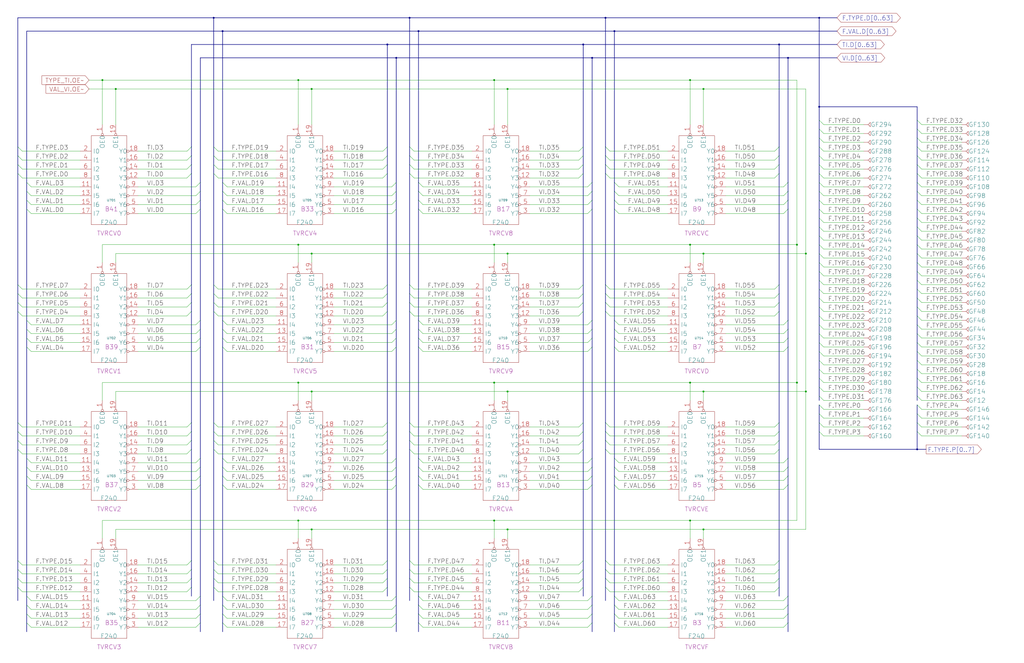
<source format=kicad_sch>
(kicad_sch (version 20250114) (generator "eeschema") (generator_version "9.0")
  (paper "User" 584.2 378.46)
  (title_block (title "TYPE AND VAL BUS RCVRS") (date "20-MAR-90") (rev "1.0") (comment 1 "FIU") (comment 2 "232-003065") (comment 3 "S400") (comment 4 "RELEASED"))
  (junction (at 170.18 139.7))
  (junction (at 177.8 50.8))
  (junction (at 393.7 297.18))
  (junction (at 393.7 139.7))
  (junction (at 177.8 144.78))
  (junction (at 350.52 17.78))
  (junction (at 345.44 10.16))
  (junction (at 226.06 33.02))
  (junction (at 281.94 45.72))
  (junction (at 393.7 218.44))
  (junction (at 459.74 144.78))
  (junction (at 121.92 10.16))
  (junction (at 233.68 10.16))
  (junction (at 289.56 50.8))
  (junction (at 66.04 50.8))
  (junction (at 177.8 302.26))
  (junction (at 281.94 218.44))
  (junction (at 467.36 60.96))
  (junction (at 170.18 45.72))
  (junction (at 177.8 223.52))
  (junction (at 467.36 10.16))
  (junction (at 58.42 45.72))
  (junction (at 281.94 139.7))
  (junction (at 449.58 33.02))
  (junction (at 170.18 297.18))
  (junction (at 289.56 302.26))
  (junction (at 401.32 302.26))
  (junction (at 281.94 297.18))
  (junction (at 289.56 223.52))
  (junction (at 401.32 223.52))
  (junction (at 238.76 17.78))
  (junction (at 401.32 50.8))
  (junction (at 170.18 218.44))
  (junction (at 454.66 218.44))
  (junction (at 401.32 144.78))
  (junction (at 337.82 33.02))
  (junction (at 454.66 139.7))
  (junction (at 289.56 144.78))
  (junction (at 332.74 25.4))
  (junction (at 220.98 25.4))
  (junction (at 393.7 45.72))
  (junction (at 127 17.78))
  (junction (at 459.74 223.52))
  (junction (at 444.5 25.4))
  (junction (at 523.24 256.54))
  (bus_entry (at 467.36 99.06) (size 2.54 2.54))
  (bus_entry (at 449.58 266.7) (size -2.54 2.54))
  (bus_entry (at 444.5 256.54) (size -2.54 2.54))
  (bus_entry (at 114.3 355.6) (size -2.54 2.54))
  (bus_entry (at 114.3 119.38) (size -2.54 2.54))
  (bus_entry (at 449.58 114.3) (size -2.54 2.54))
  (bus_entry (at 238.76 340.36) (size 2.54 2.54))
  (bus_entry (at 238.76 266.7) (size 2.54 2.54))
  (bus_entry (at 114.3 345.44) (size -2.54 2.54))
  (bus_entry (at 10.16 256.54) (size 2.54 2.54))
  (bus_entry (at 449.58 109.22) (size -2.54 2.54))
  (bus_entry (at 444.5 335.28) (size -2.54 2.54))
  (bus_entry (at 449.58 355.6) (size -2.54 2.54))
  (bus_entry (at 114.3 266.7) (size -2.54 2.54))
  (bus_entry (at 238.76 198.12) (size 2.54 2.54))
  (bus_entry (at 467.36 195.58) (size 2.54 2.54))
  (bus_entry (at 220.98 246.38) (size -2.54 2.54))
  (bus_entry (at 337.82 261.62) (size -2.54 2.54))
  (bus_entry (at 337.82 350.52) (size -2.54 2.54))
  (bus_entry (at 350.52 193.04) (size 2.54 2.54))
  (bus_entry (at 226.06 109.22) (size -2.54 2.54))
  (bus_entry (at 226.06 193.04) (size -2.54 2.54))
  (bus_entry (at 345.44 335.28) (size 2.54 2.54))
  (bus_entry (at 15.24 187.96) (size 2.54 2.54))
  (bus_entry (at 127 340.36) (size 2.54 2.54))
  (bus_entry (at 10.16 167.64) (size 2.54 2.54))
  (bus_entry (at 220.98 88.9) (size -2.54 2.54))
  (bus_entry (at 467.36 226.06) (size 2.54 2.54))
  (bus_entry (at 121.92 251.46) (size 2.54 2.54))
  (bus_entry (at 523.24 195.58) (size 2.54 2.54))
  (bus_entry (at 15.24 104.14) (size 2.54 2.54))
  (bus_entry (at 226.06 119.38) (size -2.54 2.54))
  (bus_entry (at 467.36 78.74) (size 2.54 2.54))
  (bus_entry (at 121.92 325.12) (size 2.54 2.54))
  (bus_entry (at 233.68 162.56) (size 2.54 2.54))
  (bus_entry (at 10.16 320.04) (size 2.54 2.54))
  (bus_entry (at 467.36 129.54) (size 2.54 2.54))
  (bus_entry (at 121.92 93.98) (size 2.54 2.54))
  (bus_entry (at 15.24 266.7) (size 2.54 2.54))
  (bus_entry (at 467.36 185.42) (size 2.54 2.54))
  (bus_entry (at 350.52 355.6) (size 2.54 2.54))
  (bus_entry (at 332.74 177.8) (size -2.54 2.54))
  (bus_entry (at 350.52 276.86) (size 2.54 2.54))
  (bus_entry (at 467.36 210.82) (size 2.54 2.54))
  (bus_entry (at 127 266.7) (size 2.54 2.54))
  (bus_entry (at 467.36 139.7) (size 2.54 2.54))
  (bus_entry (at 127 350.52) (size 2.54 2.54))
  (bus_entry (at 467.36 144.78) (size 2.54 2.54))
  (bus_entry (at 345.44 177.8) (size 2.54 2.54))
  (bus_entry (at 220.98 167.64) (size -2.54 2.54))
  (bus_entry (at 15.24 276.86) (size 2.54 2.54))
  (bus_entry (at 127 193.04) (size 2.54 2.54))
  (bus_entry (at 226.06 350.52) (size -2.54 2.54))
  (bus_entry (at 350.52 271.78) (size 2.54 2.54))
  (bus_entry (at 114.3 193.04) (size -2.54 2.54))
  (bus_entry (at 109.22 162.56) (size -2.54 2.54))
  (bus_entry (at 238.76 109.22) (size 2.54 2.54))
  (bus_entry (at 238.76 187.96) (size 2.54 2.54))
  (bus_entry (at 337.82 109.22) (size -2.54 2.54))
  (bus_entry (at 523.24 165.1) (size 2.54 2.54))
  (bus_entry (at 337.82 340.36) (size -2.54 2.54))
  (bus_entry (at 467.36 236.22) (size 2.54 2.54))
  (bus_entry (at 523.24 154.94) (size 2.54 2.54))
  (bus_entry (at 109.22 99.06) (size -2.54 2.54))
  (bus_entry (at 220.98 320.04) (size -2.54 2.54))
  (bus_entry (at 350.52 187.96) (size 2.54 2.54))
  (bus_entry (at 523.24 83.82) (size 2.54 2.54))
  (bus_entry (at 226.06 271.78) (size -2.54 2.54))
  (bus_entry (at 220.98 177.8) (size -2.54 2.54))
  (bus_entry (at 332.74 241.3) (size -2.54 2.54))
  (bus_entry (at 233.68 325.12) (size 2.54 2.54))
  (bus_entry (at 109.22 246.38) (size -2.54 2.54))
  (bus_entry (at 444.5 241.3) (size -2.54 2.54))
  (bus_entry (at 114.3 261.62) (size -2.54 2.54))
  (bus_entry (at 127 187.96) (size 2.54 2.54))
  (bus_entry (at 523.24 185.42) (size 2.54 2.54))
  (bus_entry (at 449.58 261.62) (size -2.54 2.54))
  (bus_entry (at 220.98 93.98) (size -2.54 2.54))
  (bus_entry (at 233.68 83.82) (size 2.54 2.54))
  (bus_entry (at 220.98 251.46) (size -2.54 2.54))
  (bus_entry (at 444.5 88.9) (size -2.54 2.54))
  (bus_entry (at 523.24 78.74) (size 2.54 2.54))
  (bus_entry (at 233.68 335.28) (size 2.54 2.54))
  (bus_entry (at 444.5 83.82) (size -2.54 2.54))
  (bus_entry (at 345.44 256.54) (size 2.54 2.54))
  (bus_entry (at 220.98 172.72) (size -2.54 2.54))
  (bus_entry (at 114.3 187.96) (size -2.54 2.54))
  (bus_entry (at 449.58 119.38) (size -2.54 2.54))
  (bus_entry (at 109.22 93.98) (size -2.54 2.54))
  (bus_entry (at 350.52 345.44) (size 2.54 2.54))
  (bus_entry (at 238.76 114.3) (size 2.54 2.54))
  (bus_entry (at 332.74 88.9) (size -2.54 2.54))
  (bus_entry (at 238.76 350.52) (size 2.54 2.54))
  (bus_entry (at 449.58 276.86) (size -2.54 2.54))
  (bus_entry (at 350.52 182.88) (size 2.54 2.54))
  (bus_entry (at 121.92 320.04) (size 2.54 2.54))
  (bus_entry (at 238.76 355.6) (size 2.54 2.54))
  (bus_entry (at 449.58 182.88) (size -2.54 2.54))
  (bus_entry (at 523.24 149.86) (size 2.54 2.54))
  (bus_entry (at 220.98 162.56) (size -2.54 2.54))
  (bus_entry (at 109.22 88.9) (size -2.54 2.54))
  (bus_entry (at 337.82 355.6) (size -2.54 2.54))
  (bus_entry (at 233.68 256.54) (size 2.54 2.54))
  (bus_entry (at 10.16 93.98) (size 2.54 2.54))
  (bus_entry (at 127 104.14) (size 2.54 2.54))
  (bus_entry (at 449.58 193.04) (size -2.54 2.54))
  (bus_entry (at 114.3 114.3) (size -2.54 2.54))
  (bus_entry (at 523.24 88.9) (size 2.54 2.54))
  (bus_entry (at 523.24 109.22) (size 2.54 2.54))
  (bus_entry (at 220.98 325.12) (size -2.54 2.54))
  (bus_entry (at 332.74 320.04) (size -2.54 2.54))
  (bus_entry (at 523.24 170.18) (size 2.54 2.54))
  (bus_entry (at 467.36 83.82) (size 2.54 2.54))
  (bus_entry (at 350.52 198.12) (size 2.54 2.54))
  (bus_entry (at 15.24 261.62) (size 2.54 2.54))
  (bus_entry (at 121.92 167.64) (size 2.54 2.54))
  (bus_entry (at 121.92 335.28) (size 2.54 2.54))
  (bus_entry (at 444.5 246.38) (size -2.54 2.54))
  (bus_entry (at 109.22 172.72) (size -2.54 2.54))
  (bus_entry (at 467.36 160.02) (size 2.54 2.54))
  (bus_entry (at 238.76 104.14) (size 2.54 2.54))
  (bus_entry (at 226.06 182.88) (size -2.54 2.54))
  (bus_entry (at 350.52 266.7) (size 2.54 2.54))
  (bus_entry (at 337.82 104.14) (size -2.54 2.54))
  (bus_entry (at 337.82 119.38) (size -2.54 2.54))
  (bus_entry (at 523.24 160.02) (size 2.54 2.54))
  (bus_entry (at 449.58 345.44) (size -2.54 2.54))
  (bus_entry (at 15.24 193.04) (size 2.54 2.54))
  (bus_entry (at 233.68 99.06) (size 2.54 2.54))
  (bus_entry (at 523.24 180.34) (size 2.54 2.54))
  (bus_entry (at 121.92 256.54) (size 2.54 2.54))
  (bus_entry (at 127 182.88) (size 2.54 2.54))
  (bus_entry (at 226.06 198.12) (size -2.54 2.54))
  (bus_entry (at 238.76 182.88) (size 2.54 2.54))
  (bus_entry (at 121.92 162.56) (size 2.54 2.54))
  (bus_entry (at 523.24 68.58) (size 2.54 2.54))
  (bus_entry (at 10.16 325.12) (size 2.54 2.54))
  (bus_entry (at 345.44 325.12) (size 2.54 2.54))
  (bus_entry (at 467.36 180.34) (size 2.54 2.54))
  (bus_entry (at 523.24 175.26) (size 2.54 2.54))
  (bus_entry (at 121.92 330.2) (size 2.54 2.54))
  (bus_entry (at 114.3 271.78) (size -2.54 2.54))
  (bus_entry (at 233.68 172.72) (size 2.54 2.54))
  (bus_entry (at 226.06 261.62) (size -2.54 2.54))
  (bus_entry (at 345.44 162.56) (size 2.54 2.54))
  (bus_entry (at 226.06 276.86) (size -2.54 2.54))
  (bus_entry (at 109.22 256.54) (size -2.54 2.54))
  (bus_entry (at 467.36 124.46) (size 2.54 2.54))
  (bus_entry (at 10.16 330.2) (size 2.54 2.54))
  (bus_entry (at 523.24 215.9) (size 2.54 2.54))
  (bus_entry (at 449.58 340.36) (size -2.54 2.54))
  (bus_entry (at 220.98 330.2) (size -2.54 2.54))
  (bus_entry (at 345.44 251.46) (size 2.54 2.54))
  (bus_entry (at 332.74 162.56) (size -2.54 2.54))
  (bus_entry (at 467.36 215.9) (size 2.54 2.54))
  (bus_entry (at 345.44 88.9) (size 2.54 2.54))
  (bus_entry (at 467.36 119.38) (size 2.54 2.54))
  (bus_entry (at 127 119.38) (size 2.54 2.54))
  (bus_entry (at 238.76 271.78) (size 2.54 2.54))
  (bus_entry (at 10.16 251.46) (size 2.54 2.54))
  (bus_entry (at 467.36 190.5) (size 2.54 2.54))
  (bus_entry (at 345.44 99.06) (size 2.54 2.54))
  (bus_entry (at 121.92 172.72) (size 2.54 2.54))
  (bus_entry (at 467.36 114.3) (size 2.54 2.54))
  (bus_entry (at 350.52 340.36) (size 2.54 2.54))
  (bus_entry (at 523.24 99.06) (size 2.54 2.54))
  (bus_entry (at 444.5 93.98) (size -2.54 2.54))
  (bus_entry (at 337.82 114.3) (size -2.54 2.54))
  (bus_entry (at 109.22 83.82) (size -2.54 2.54))
  (bus_entry (at 523.24 220.98) (size 2.54 2.54))
  (bus_entry (at 337.82 193.04) (size -2.54 2.54))
  (bus_entry (at 350.52 350.52) (size 2.54 2.54))
  (bus_entry (at 121.92 241.3) (size 2.54 2.54))
  (bus_entry (at 332.74 335.28) (size -2.54 2.54))
  (bus_entry (at 114.3 182.88) (size -2.54 2.54))
  (bus_entry (at 15.24 182.88) (size 2.54 2.54))
  (bus_entry (at 444.5 167.64) (size -2.54 2.54))
  (bus_entry (at 15.24 119.38) (size 2.54 2.54))
  (bus_entry (at 337.82 198.12) (size -2.54 2.54))
  (bus_entry (at 121.92 88.9) (size 2.54 2.54))
  (bus_entry (at 332.74 99.06) (size -2.54 2.54))
  (bus_entry (at 226.06 114.3) (size -2.54 2.54))
  (bus_entry (at 444.5 320.04) (size -2.54 2.54))
  (bus_entry (at 15.24 340.36) (size 2.54 2.54))
  (bus_entry (at 238.76 345.44) (size 2.54 2.54))
  (bus_entry (at 121.92 99.06) (size 2.54 2.54))
  (bus_entry (at 109.22 320.04) (size -2.54 2.54))
  (bus_entry (at 332.74 256.54) (size -2.54 2.54))
  (bus_entry (at 350.52 114.3) (size 2.54 2.54))
  (bus_entry (at 444.5 172.72) (size -2.54 2.54))
  (bus_entry (at 220.98 241.3) (size -2.54 2.54))
  (bus_entry (at 226.06 104.14) (size -2.54 2.54))
  (bus_entry (at 10.16 177.8) (size 2.54 2.54))
  (bus_entry (at 332.74 167.64) (size -2.54 2.54))
  (bus_entry (at 226.06 345.44) (size -2.54 2.54))
  (bus_entry (at 337.82 187.96) (size -2.54 2.54))
  (bus_entry (at 15.24 109.22) (size 2.54 2.54))
  (bus_entry (at 345.44 93.98) (size 2.54 2.54))
  (bus_entry (at 345.44 167.64) (size 2.54 2.54))
  (bus_entry (at 109.22 335.28) (size -2.54 2.54))
  (bus_entry (at 337.82 345.44) (size -2.54 2.54))
  (bus_entry (at 467.36 205.74) (size 2.54 2.54))
  (bus_entry (at 220.98 335.28) (size -2.54 2.54))
  (bus_entry (at 467.36 104.14) (size 2.54 2.54))
  (bus_entry (at 467.36 134.62) (size 2.54 2.54))
  (bus_entry (at 467.36 93.98) (size 2.54 2.54))
  (bus_entry (at 121.92 83.82) (size 2.54 2.54))
  (bus_entry (at 467.36 231.14) (size 2.54 2.54))
  (bus_entry (at 345.44 172.72) (size 2.54 2.54))
  (bus_entry (at 238.76 261.62) (size 2.54 2.54))
  (bus_entry (at 332.74 325.12) (size -2.54 2.54))
  (bus_entry (at 350.52 261.62) (size 2.54 2.54))
  (bus_entry (at 523.24 236.22) (size 2.54 2.54))
  (bus_entry (at 345.44 241.3) (size 2.54 2.54))
  (bus_entry (at 233.68 246.38) (size 2.54 2.54))
  (bus_entry (at 337.82 276.86) (size -2.54 2.54))
  (bus_entry (at 127 261.62) (size 2.54 2.54))
  (bus_entry (at 444.5 251.46) (size -2.54 2.54))
  (bus_entry (at 121.92 177.8) (size 2.54 2.54))
  (bus_entry (at 15.24 345.44) (size 2.54 2.54))
  (bus_entry (at 467.36 154.94) (size 2.54 2.54))
  (bus_entry (at 332.74 83.82) (size -2.54 2.54))
  (bus_entry (at 109.22 251.46) (size -2.54 2.54))
  (bus_entry (at 449.58 187.96) (size -2.54 2.54))
  (bus_entry (at 127 114.3) (size 2.54 2.54))
  (bus_entry (at 10.16 241.3) (size 2.54 2.54))
  (bus_entry (at 444.5 330.2) (size -2.54 2.54))
  (bus_entry (at 444.5 162.56) (size -2.54 2.54))
  (bus_entry (at 467.36 68.58) (size 2.54 2.54))
  (bus_entry (at 10.16 172.72) (size 2.54 2.54))
  (bus_entry (at 15.24 355.6) (size 2.54 2.54))
  (bus_entry (at 332.74 172.72) (size -2.54 2.54))
  (bus_entry (at 220.98 99.06) (size -2.54 2.54))
  (bus_entry (at 523.24 210.82) (size 2.54 2.54))
  (bus_entry (at 127 276.86) (size 2.54 2.54))
  (bus_entry (at 121.92 246.38) (size 2.54 2.54))
  (bus_entry (at 523.24 190.5) (size 2.54 2.54))
  (bus_entry (at 10.16 246.38) (size 2.54 2.54))
  (bus_entry (at 467.36 200.66) (size 2.54 2.54))
  (bus_entry (at 350.52 104.14) (size 2.54 2.54))
  (bus_entry (at 127 355.6) (size 2.54 2.54))
  (bus_entry (at 233.68 177.8) (size 2.54 2.54))
  (bus_entry (at 523.24 139.7) (size 2.54 2.54))
  (bus_entry (at 114.3 104.14) (size -2.54 2.54))
  (bus_entry (at 345.44 83.82) (size 2.54 2.54))
  (bus_entry (at 467.36 170.18) (size 2.54 2.54))
  (bus_entry (at 332.74 251.46) (size -2.54 2.54))
  (bus_entry (at 114.3 109.22) (size -2.54 2.54))
  (bus_entry (at 449.58 350.52) (size -2.54 2.54))
  (bus_entry (at 523.24 114.3) (size 2.54 2.54))
  (bus_entry (at 467.36 88.9) (size 2.54 2.54))
  (bus_entry (at 523.24 119.38) (size 2.54 2.54))
  (bus_entry (at 350.52 109.22) (size 2.54 2.54))
  (bus_entry (at 233.68 251.46) (size 2.54 2.54))
  (bus_entry (at 523.24 241.3) (size 2.54 2.54))
  (bus_entry (at 114.3 350.52) (size -2.54 2.54))
  (bus_entry (at 226.06 340.36) (size -2.54 2.54))
  (bus_entry (at 238.76 193.04) (size 2.54 2.54))
  (bus_entry (at 523.24 144.78) (size 2.54 2.54))
  (bus_entry (at 467.36 73.66) (size 2.54 2.54))
  (bus_entry (at 127 345.44) (size 2.54 2.54))
  (bus_entry (at 233.68 330.2) (size 2.54 2.54))
  (bus_entry (at 15.24 114.3) (size 2.54 2.54))
  (bus_entry (at 467.36 246.38) (size 2.54 2.54))
  (bus_entry (at 449.58 198.12) (size -2.54 2.54))
  (bus_entry (at 220.98 256.54) (size -2.54 2.54))
  (bus_entry (at 523.24 73.66) (size 2.54 2.54))
  (bus_entry (at 238.76 276.86) (size 2.54 2.54))
  (bus_entry (at 449.58 271.78) (size -2.54 2.54))
  (bus_entry (at 350.52 119.38) (size 2.54 2.54))
  (bus_entry (at 220.98 83.82) (size -2.54 2.54))
  (bus_entry (at 332.74 93.98) (size -2.54 2.54))
  (bus_entry (at 233.68 320.04) (size 2.54 2.54))
  (bus_entry (at 226.06 187.96) (size -2.54 2.54))
  (bus_entry (at 523.24 104.14) (size 2.54 2.54))
  (bus_entry (at 10.16 99.06) (size 2.54 2.54))
  (bus_entry (at 238.76 119.38) (size 2.54 2.54))
  (bus_entry (at 233.68 241.3) (size 2.54 2.54))
  (bus_entry (at 109.22 325.12) (size -2.54 2.54))
  (bus_entry (at 10.16 162.56) (size 2.54 2.54))
  (bus_entry (at 233.68 167.64) (size 2.54 2.54))
  (bus_entry (at 345.44 320.04) (size 2.54 2.54))
  (bus_entry (at 467.36 241.3) (size 2.54 2.54))
  (bus_entry (at 523.24 93.98) (size 2.54 2.54))
  (bus_entry (at 10.16 335.28) (size 2.54 2.54))
  (bus_entry (at 444.5 177.8) (size -2.54 2.54))
  (bus_entry (at 449.58 104.14) (size -2.54 2.54))
  (bus_entry (at 345.44 330.2) (size 2.54 2.54))
  (bus_entry (at 127 109.22) (size 2.54 2.54))
  (bus_entry (at 523.24 205.74) (size 2.54 2.54))
  (bus_entry (at 332.74 330.2) (size -2.54 2.54))
  (bus_entry (at 127 198.12) (size 2.54 2.54))
  (bus_entry (at 523.24 200.66) (size 2.54 2.54))
  (bus_entry (at 109.22 330.2) (size -2.54 2.54))
  (bus_entry (at 444.5 99.06) (size -2.54 2.54))
  (bus_entry (at 114.3 340.36) (size -2.54 2.54))
  (bus_entry (at 444.5 325.12) (size -2.54 2.54))
  (bus_entry (at 332.74 246.38) (size -2.54 2.54))
  (bus_entry (at 467.36 149.86) (size 2.54 2.54))
  (bus_entry (at 15.24 271.78) (size 2.54 2.54))
  (bus_entry (at 337.82 266.7) (size -2.54 2.54))
  (bus_entry (at 233.68 93.98) (size 2.54 2.54))
  (bus_entry (at 337.82 271.78) (size -2.54 2.54))
  (bus_entry (at 337.82 182.88) (size -2.54 2.54))
  (bus_entry (at 233.68 88.9) (size 2.54 2.54))
  (bus_entry (at 10.16 83.82) (size 2.54 2.54))
  (bus_entry (at 15.24 198.12) (size 2.54 2.54))
  (bus_entry (at 467.36 165.1) (size 2.54 2.54))
  (bus_entry (at 226.06 266.7) (size -2.54 2.54))
  (bus_entry (at 226.06 355.6) (size -2.54 2.54))
  (bus_entry (at 15.24 350.52) (size 2.54 2.54))
  (bus_entry (at 523.24 226.06) (size 2.54 2.54))
  (bus_entry (at 523.24 129.54) (size 2.54 2.54))
  (bus_entry (at 114.3 276.86) (size -2.54 2.54))
  (bus_entry (at 523.24 124.46) (size 2.54 2.54))
  (bus_entry (at 523.24 246.38) (size 2.54 2.54))
  (bus_entry (at 467.36 220.98) (size 2.54 2.54))
  (bus_entry (at 345.44 246.38) (size 2.54 2.54))
  (bus_entry (at 523.24 231.14) (size 2.54 2.54))
  (bus_entry (at 127 271.78) (size 2.54 2.54))
  (bus_entry (at 467.36 109.22) (size 2.54 2.54))
  (bus_entry (at 109.22 241.3) (size -2.54 2.54))
  (bus_entry (at 467.36 175.26) (size 2.54 2.54))
  (bus_entry (at 114.3 198.12) (size -2.54 2.54))
  (bus_entry (at 523.24 134.62) (size 2.54 2.54))
  (bus_entry (at 109.22 167.64) (size -2.54 2.54))
  (bus_entry (at 109.22 177.8) (size -2.54 2.54))
  (bus_entry (at 10.16 88.9) (size 2.54 2.54))
  (wire (pts (xy 241.3 274.32) (xy 269.24 274.32)))
  (bus (pts (xy 114.3 355.6) (xy 114.3 360.68)))
  (bus (pts (xy 220.98 177.8) (xy 220.98 241.3)))
  (wire (pts (xy 129.54 185.42) (xy 157.48 185.42)))
  (bus (pts (xy 332.74 162.56) (xy 332.74 167.64)))
  (wire (pts (xy 401.32 302.26) (xy 401.32 307.34)))
  (bus (pts (xy 523.24 220.98) (xy 523.24 226.06)))
  (wire (pts (xy 12.7 170.18) (xy 45.72 170.18)))
  (bus (pts (xy 467.36 180.34) (xy 467.36 185.42)))
  (bus (pts (xy 15.24 340.36) (xy 15.24 345.44)))
  (bus (pts (xy 233.68 162.56) (xy 233.68 167.64)))
  (wire (pts (xy 302.26 86.36) (xy 330.2 86.36)))
  (wire (pts (xy 525.78 177.8) (xy 548.64 177.8)))
  (wire (pts (xy 241.3 342.9) (xy 269.24 342.9)))
  (bus (pts (xy 444.5 88.9) (xy 444.5 93.98)))
  (bus (pts (xy 127 271.78) (xy 127 276.86)))
  (wire (pts (xy 236.22 101.6) (xy 269.24 101.6)))
  (bus (pts (xy 449.58 345.44) (xy 449.58 350.52)))
  (bus (pts (xy 332.74 335.28) (xy 332.74 340.36)))
  (wire (pts (xy 190.5 337.82) (xy 218.44 337.82)))
  (wire (pts (xy 469.9 167.64) (xy 492.76 167.64)))
  (bus (pts (xy 523.24 205.74) (xy 523.24 210.82)))
  (bus (pts (xy 467.36 220.98) (xy 467.36 226.06)))
  (bus (pts (xy 121.92 99.06) (xy 121.92 162.56)))
  (wire (pts (xy 281.94 139.7) (xy 281.94 149.86)))
  (bus (pts (xy 337.82 350.52) (xy 337.82 355.6)))
  (bus (pts (xy 10.16 99.06) (xy 10.16 162.56)))
  (wire (pts (xy 414.02 175.26) (xy 441.96 175.26)))
  (wire (pts (xy 236.22 86.36) (xy 269.24 86.36)))
  (bus (pts (xy 15.24 350.52) (xy 15.24 355.6)))
  (bus (pts (xy 15.24 187.96) (xy 15.24 193.04)))
  (wire (pts (xy 459.74 223.52) (xy 459.74 302.26)))
  (wire (pts (xy 190.5 180.34) (xy 218.44 180.34)))
  (bus (pts (xy 127 261.62) (xy 127 266.7)))
  (bus (pts (xy 523.24 68.58) (xy 523.24 73.66)))
  (bus (pts (xy 449.58 33.02) (xy 477.52 33.02)))
  (wire (pts (xy 414.02 116.84) (xy 447.04 116.84)))
  (bus (pts (xy 127 114.3) (xy 127 119.38)))
  (wire (pts (xy 469.9 127) (xy 492.76 127)))
  (bus (pts (xy 10.16 330.2) (xy 10.16 335.28)))
  (bus (pts (xy 345.44 88.9) (xy 345.44 93.98)))
  (wire (pts (xy 469.9 71.12) (xy 492.76 71.12)))
  (bus (pts (xy 121.92 162.56) (xy 121.92 167.64)))
  (wire (pts (xy 78.74 342.9) (xy 111.76 342.9)))
  (wire (pts (xy 414.02 165.1) (xy 441.96 165.1)))
  (wire (pts (xy 525.78 167.64) (xy 548.64 167.64)))
  (bus (pts (xy 444.5 25.4) (xy 444.5 83.82)))
  (wire (pts (xy 353.06 111.76) (xy 381 111.76)))
  (bus (pts (xy 15.24 182.88) (xy 15.24 187.96)))
  (bus (pts (xy 233.68 335.28) (xy 233.68 342.9)))
  (wire (pts (xy 241.3 347.98) (xy 269.24 347.98)))
  (wire (pts (xy 469.9 187.96) (xy 492.76 187.96)))
  (wire (pts (xy 78.74 170.18) (xy 106.68 170.18)))
  (bus (pts (xy 220.98 330.2) (xy 220.98 335.28)))
  (wire (pts (xy 302.26 200.66) (xy 335.28 200.66)))
  (wire (pts (xy 525.78 81.28) (xy 548.64 81.28)))
  (wire (pts (xy 170.18 139.7) (xy 170.18 149.86)))
  (wire (pts (xy 347.98 327.66) (xy 381 327.66)))
  (wire (pts (xy 241.3 200.66) (xy 269.24 200.66)))
  (wire (pts (xy 525.78 71.12) (xy 548.64 71.12)))
  (bus (pts (xy 449.58 276.86) (xy 449.58 340.36)))
  (wire (pts (xy 401.32 223.52) (xy 401.32 228.6)))
  (bus (pts (xy 444.5 162.56) (xy 444.5 167.64)))
  (wire (pts (xy 347.98 254) (xy 381 254)))
  (bus (pts (xy 127 340.36) (xy 127 345.44)))
  (bus (pts (xy 233.68 10.16) (xy 233.68 83.82)))
  (bus (pts (xy 238.76 355.6) (xy 238.76 360.68)))
  (wire (pts (xy 525.78 127) (xy 548.64 127)))
  (wire (pts (xy 17.78 279.4) (xy 45.72 279.4)))
  (wire (pts (xy 236.22 91.44) (xy 269.24 91.44)))
  (bus (pts (xy 121.92 330.2) (xy 121.92 335.28)))
  (bus (pts (xy 238.76 350.52) (xy 238.76 355.6)))
  (wire (pts (xy 414.02 358.14) (xy 447.04 358.14)))
  (bus (pts (xy 467.36 139.7) (xy 467.36 144.78)))
  (wire (pts (xy 302.26 185.42) (xy 335.28 185.42)))
  (wire (pts (xy 12.7 248.92) (xy 45.72 248.92)))
  (wire (pts (xy 525.78 137.16) (xy 548.64 137.16)))
  (wire (pts (xy 190.5 96.52) (xy 218.44 96.52)))
  (wire (pts (xy 393.7 218.44) (xy 393.7 228.6)))
  (bus (pts (xy 449.58 340.36) (xy 449.58 345.44)))
  (wire (pts (xy 469.9 238.76) (xy 492.76 238.76)))
  (bus (pts (xy 332.74 325.12) (xy 332.74 330.2)))
  (bus (pts (xy 220.98 251.46) (xy 220.98 256.54)))
  (wire (pts (xy 525.78 203.2) (xy 548.64 203.2)))
  (wire (pts (xy 190.5 254) (xy 218.44 254)))
  (bus (pts (xy 523.24 236.22) (xy 523.24 241.3)))
  (bus (pts (xy 220.98 162.56) (xy 220.98 167.64)))
  (wire (pts (xy 302.26 180.34) (xy 330.2 180.34)))
  (bus (pts (xy 350.52 109.22) (xy 350.52 114.3)))
  (bus (pts (xy 444.5 256.54) (xy 444.5 320.04)))
  (wire (pts (xy 78.74 86.36) (xy 106.68 86.36)))
  (bus (pts (xy 15.24 355.6) (xy 15.24 360.68)))
  (bus (pts (xy 10.16 256.54) (xy 10.16 320.04)))
  (wire (pts (xy 525.78 233.68) (xy 548.64 233.68)))
  (bus (pts (xy 127 276.86) (xy 127 340.36)))
  (wire (pts (xy 469.9 86.36) (xy 492.76 86.36)))
  (wire (pts (xy 525.78 86.36) (xy 548.64 86.36)))
  (wire (pts (xy 12.7 165.1) (xy 45.72 165.1)))
  (wire (pts (xy 78.74 121.92) (xy 111.76 121.92)))
  (bus (pts (xy 121.92 335.28) (xy 121.92 342.9)))
  (bus (pts (xy 10.16 177.8) (xy 10.16 241.3)))
  (wire (pts (xy 401.32 223.52) (xy 459.74 223.52)))
  (bus (pts (xy 523.24 215.9) (xy 523.24 220.98)))
  (wire (pts (xy 469.9 152.4) (xy 492.76 152.4)))
  (bus (pts (xy 220.98 93.98) (xy 220.98 99.06)))
  (wire (pts (xy 414.02 264.16) (xy 447.04 264.16)))
  (wire (pts (xy 302.26 274.32) (xy 335.28 274.32)))
  (wire (pts (xy 78.74 353.06) (xy 111.76 353.06)))
  (bus (pts (xy 467.36 165.1) (xy 467.36 170.18)))
  (bus (pts (xy 523.24 104.14) (xy 523.24 109.22)))
  (bus (pts (xy 114.3 33.02) (xy 226.06 33.02)))
  (wire (pts (xy 525.78 147.32) (xy 548.64 147.32)))
  (wire (pts (xy 241.3 116.84) (xy 269.24 116.84)))
  (wire (pts (xy 129.54 274.32) (xy 157.48 274.32)))
  (bus (pts (xy 233.68 320.04) (xy 233.68 325.12)))
  (wire (pts (xy 190.5 274.32) (xy 223.52 274.32)))
  (wire (pts (xy 12.7 101.6) (xy 45.72 101.6)))
  (bus (pts (xy 467.36 73.66) (xy 467.36 78.74)))
  (wire (pts (xy 241.3 111.76) (xy 269.24 111.76)))
  (wire (pts (xy 66.04 50.8) (xy 177.8 50.8)))
  (wire (pts (xy 236.22 175.26) (xy 269.24 175.26)))
  (wire (pts (xy 190.5 185.42) (xy 223.52 185.42)))
  (bus (pts (xy 444.5 330.2) (xy 444.5 335.28)))
  (bus (pts (xy 350.52 266.7) (xy 350.52 271.78)))
  (bus (pts (xy 226.06 276.86) (xy 226.06 340.36)))
  (bus (pts (xy 345.44 167.64) (xy 345.44 172.72)))
  (wire (pts (xy 347.98 91.44) (xy 381 91.44)))
  (wire (pts (xy 525.78 132.08) (xy 548.64 132.08)))
  (bus (pts (xy 233.68 93.98) (xy 233.68 99.06)))
  (wire (pts (xy 302.26 106.68) (xy 335.28 106.68)))
  (wire (pts (xy 17.78 353.06) (xy 45.72 353.06)))
  (bus (pts (xy 350.52 276.86) (xy 350.52 340.36)))
  (wire (pts (xy 236.22 327.66) (xy 269.24 327.66)))
  (wire (pts (xy 525.78 121.92) (xy 548.64 121.92)))
  (wire (pts (xy 58.42 45.72) (xy 170.18 45.72)))
  (wire (pts (xy 78.74 165.1) (xy 106.68 165.1)))
  (wire (pts (xy 236.22 243.84) (xy 269.24 243.84)))
  (wire (pts (xy 12.7 243.84) (xy 45.72 243.84)))
  (wire (pts (xy 281.94 297.18) (xy 281.94 307.34)))
  (wire (pts (xy 12.7 180.34) (xy 45.72 180.34)))
  (wire (pts (xy 129.54 106.68) (xy 157.48 106.68)))
  (bus (pts (xy 109.22 88.9) (xy 109.22 93.98)))
  (wire (pts (xy 78.74 248.92) (xy 106.68 248.92)))
  (bus (pts (xy 337.82 340.36) (xy 337.82 345.44)))
  (wire (pts (xy 302.26 327.66) (xy 330.2 327.66)))
  (wire (pts (xy 347.98 322.58) (xy 381 322.58)))
  (bus (pts (xy 449.58 33.02) (xy 449.58 104.14)))
  (wire (pts (xy 17.78 342.9) (xy 45.72 342.9)))
  (bus (pts (xy 350.52 271.78) (xy 350.52 276.86)))
  (bus (pts (xy 467.36 210.82) (xy 467.36 215.9)))
  (bus (pts (xy 220.98 256.54) (xy 220.98 320.04)))
  (bus (pts (xy 238.76 182.88) (xy 238.76 187.96)))
  (bus (pts (xy 114.3 119.38) (xy 114.3 182.88)))
  (bus (pts (xy 449.58 266.7) (xy 449.58 271.78)))
  (wire (pts (xy 190.5 91.44) (xy 218.44 91.44)))
  (bus (pts (xy 467.36 215.9) (xy 467.36 220.98)))
  (wire (pts (xy 78.74 254) (xy 106.68 254)))
  (wire (pts (xy 302.26 190.5) (xy 335.28 190.5)))
  (bus (pts (xy 345.44 99.06) (xy 345.44 162.56)))
  (bus (pts (xy 10.16 88.9) (xy 10.16 93.98)))
  (wire (pts (xy 177.8 50.8) (xy 289.56 50.8)))
  (wire (pts (xy 170.18 297.18) (xy 170.18 307.34)))
  (bus (pts (xy 220.98 25.4) (xy 332.74 25.4)))
  (wire (pts (xy 170.18 45.72) (xy 281.94 45.72)))
  (wire (pts (xy 78.74 175.26) (xy 106.68 175.26)))
  (bus (pts (xy 467.36 88.9) (xy 467.36 93.98)))
  (bus (pts (xy 467.36 60.96) (xy 467.36 68.58)))
  (bus (pts (xy 467.36 195.58) (xy 467.36 200.66)))
  (wire (pts (xy 302.26 96.52) (xy 330.2 96.52)))
  (wire (pts (xy 525.78 142.24) (xy 548.64 142.24)))
  (wire (pts (xy 525.78 213.36) (xy 548.64 213.36)))
  (wire (pts (xy 78.74 116.84) (xy 111.76 116.84)))
  (wire (pts (xy 124.46 322.58) (xy 157.48 322.58)))
  (wire (pts (xy 347.98 259.08) (xy 381 259.08)))
  (bus (pts (xy 345.44 335.28) (xy 345.44 342.9)))
  (wire (pts (xy 401.32 50.8) (xy 459.74 50.8)))
  (wire (pts (xy 347.98 86.36) (xy 381 86.36)))
  (bus (pts (xy 467.36 149.86) (xy 467.36 154.94)))
  (wire (pts (xy 17.78 274.32) (xy 45.72 274.32)))
  (wire (pts (xy 190.5 269.24) (xy 223.52 269.24)))
  (wire (pts (xy 469.9 198.12) (xy 492.76 198.12)))
  (wire (pts (xy 414.02 180.34) (xy 441.96 180.34)))
  (wire (pts (xy 124.46 332.74) (xy 157.48 332.74)))
  (bus (pts (xy 337.82 355.6) (xy 337.82 360.68)))
  (bus (pts (xy 121.92 256.54) (xy 121.92 320.04)))
  (wire (pts (xy 302.26 248.92) (xy 330.2 248.92)))
  (bus (pts (xy 523.24 109.22) (xy 523.24 114.3)))
  (wire (pts (xy 353.06 185.42) (xy 381 185.42)))
  (bus (pts (xy 449.58 350.52) (xy 449.58 355.6)))
  (bus (pts (xy 467.36 10.16) (xy 467.36 60.96)))
  (bus (pts (xy 226.06 109.22) (xy 226.06 114.3)))
  (wire (pts (xy 124.46 243.84) (xy 157.48 243.84)))
  (wire (pts (xy 78.74 243.84) (xy 106.68 243.84)))
  (bus (pts (xy 449.58 109.22) (xy 449.58 114.3)))
  (bus (pts (xy 109.22 251.46) (xy 109.22 256.54)))
  (wire (pts (xy 414.02 269.24) (xy 447.04 269.24)))
  (wire (pts (xy 414.02 121.92) (xy 447.04 121.92)))
  (wire (pts (xy 469.9 218.44) (xy 492.76 218.44)))
  (bus (pts (xy 109.22 246.38) (xy 109.22 251.46)))
  (bus (pts (xy 10.16 10.16) (xy 121.92 10.16)))
  (bus (pts (xy 121.92 172.72) (xy 121.92 177.8)))
  (bus (pts (xy 523.24 185.42) (xy 523.24 190.5)))
  (wire (pts (xy 302.26 322.58) (xy 330.2 322.58)))
  (wire (pts (xy 78.74 269.24) (xy 111.76 269.24)))
  (bus (pts (xy 523.24 60.96) (xy 523.24 68.58)))
  (bus (pts (xy 121.92 10.16) (xy 121.92 83.82)))
  (wire (pts (xy 525.78 243.84) (xy 548.64 243.84)))
  (bus (pts (xy 10.16 10.16) (xy 10.16 83.82)))
  (wire (pts (xy 129.54 111.76) (xy 157.48 111.76)))
  (bus (pts (xy 345.44 325.12) (xy 345.44 330.2)))
  (wire (pts (xy 170.18 297.18) (xy 281.94 297.18)))
  (wire (pts (xy 469.9 223.52) (xy 492.76 223.52)))
  (bus (pts (xy 127 193.04) (xy 127 198.12)))
  (bus (pts (xy 233.68 325.12) (xy 233.68 330.2)))
  (bus (pts (xy 15.24 17.78) (xy 127 17.78)))
  (bus (pts (xy 238.76 114.3) (xy 238.76 119.38)))
  (wire (pts (xy 302.26 358.14) (xy 335.28 358.14)))
  (wire (pts (xy 190.5 243.84) (xy 218.44 243.84)))
  (bus (pts (xy 15.24 114.3) (xy 15.24 119.38)))
  (wire (pts (xy 469.9 172.72) (xy 492.76 172.72)))
  (wire (pts (xy 302.26 269.24) (xy 335.28 269.24)))
  (wire (pts (xy 353.06 358.14) (xy 381 358.14)))
  (wire (pts (xy 124.46 96.52) (xy 157.48 96.52)))
  (wire (pts (xy 129.54 342.9) (xy 157.48 342.9)))
  (bus (pts (xy 121.92 93.98) (xy 121.92 99.06)))
  (wire (pts (xy 241.3 190.5) (xy 269.24 190.5)))
  (bus (pts (xy 523.24 190.5) (xy 523.24 195.58)))
  (wire (pts (xy 236.22 180.34) (xy 269.24 180.34)))
  (wire (pts (xy 414.02 185.42) (xy 447.04 185.42)))
  (wire (pts (xy 302.26 121.92) (xy 335.28 121.92)))
  (wire (pts (xy 78.74 195.58) (xy 111.76 195.58)))
  (bus (pts (xy 345.44 162.56) (xy 345.44 167.64)))
  (wire (pts (xy 347.98 101.6) (xy 381 101.6)))
  (wire (pts (xy 236.22 170.18) (xy 269.24 170.18)))
  (bus (pts (xy 220.98 83.82) (xy 220.98 88.9)))
  (wire (pts (xy 302.26 337.82) (xy 330.2 337.82)))
  (wire (pts (xy 353.06 269.24) (xy 381 269.24)))
  (wire (pts (xy 78.74 322.58) (xy 106.68 322.58)))
  (wire (pts (xy 469.9 208.28) (xy 492.76 208.28)))
  (wire (pts (xy 347.98 165.1) (xy 381 165.1)))
  (wire (pts (xy 78.74 332.74) (xy 106.68 332.74)))
  (wire (pts (xy 236.22 332.74) (xy 269.24 332.74)))
  (bus (pts (xy 337.82 109.22) (xy 337.82 114.3)))
  (wire (pts (xy 353.06 190.5) (xy 381 190.5)))
  (wire (pts (xy 469.9 81.28) (xy 492.76 81.28)))
  (bus (pts (xy 350.52 193.04) (xy 350.52 198.12)))
  (wire (pts (xy 353.06 106.68) (xy 381 106.68)))
  (bus (pts (xy 226.06 193.04) (xy 226.06 198.12)))
  (bus (pts (xy 337.82 114.3) (xy 337.82 119.38)))
  (bus (pts (xy 350.52 187.96) (xy 350.52 193.04)))
  (wire (pts (xy 414.02 342.9) (xy 447.04 342.9)))
  (wire (pts (xy 414.02 111.76) (xy 447.04 111.76)))
  (wire (pts (xy 401.32 144.78) (xy 401.32 149.86)))
  (bus (pts (xy 467.36 68.58) (xy 467.36 73.66)))
  (wire (pts (xy 414.02 200.66) (xy 447.04 200.66)))
  (wire (pts (xy 17.78 195.58) (xy 45.72 195.58)))
  (bus (pts (xy 114.3 193.04) (xy 114.3 198.12)))
  (bus (pts (xy 226.06 340.36) (xy 226.06 345.44)))
  (bus (pts (xy 350.52 114.3) (xy 350.52 119.38)))
  (bus (pts (xy 337.82 276.86) (xy 337.82 340.36)))
  (wire (pts (xy 347.98 248.92) (xy 381 248.92)))
  (bus (pts (xy 238.76 119.38) (xy 238.76 182.88)))
  (wire (pts (xy 12.7 332.74) (xy 45.72 332.74)))
  (bus (pts (xy 114.3 345.44) (xy 114.3 350.52)))
  (wire (pts (xy 124.46 327.66) (xy 157.48 327.66)))
  (bus (pts (xy 226.06 33.02) (xy 226.06 104.14)))
  (wire (pts (xy 525.78 187.96) (xy 548.64 187.96)))
  (bus (pts (xy 127 355.6) (xy 127 360.68)))
  (bus (pts (xy 467.36 124.46) (xy 467.36 129.54)))
  (bus (pts (xy 220.98 335.28) (xy 220.98 340.36)))
  (wire (pts (xy 347.98 243.84) (xy 381 243.84)))
  (wire (pts (xy 525.78 152.4) (xy 548.64 152.4)))
  (bus (pts (xy 523.24 93.98) (xy 523.24 99.06)))
  (bus (pts (xy 345.44 93.98) (xy 345.44 99.06)))
  (bus (pts (xy 109.22 241.3) (xy 109.22 246.38)))
  (wire (pts (xy 190.5 175.26) (xy 218.44 175.26)))
  (wire (pts (xy 469.9 96.52) (xy 492.76 96.52)))
  (bus (pts (xy 332.74 251.46) (xy 332.74 256.54)))
  (wire (pts (xy 302.26 195.58) (xy 335.28 195.58)))
  (bus (pts (xy 15.24 119.38) (xy 15.24 182.88)))
  (bus (pts (xy 345.44 172.72) (xy 345.44 177.8)))
  (wire (pts (xy 347.98 170.18) (xy 381 170.18)))
  (wire (pts (xy 190.5 195.58) (xy 223.52 195.58)))
  (wire (pts (xy 469.9 142.24) (xy 492.76 142.24)))
  (bus (pts (xy 337.82 266.7) (xy 337.82 271.78)))
  (wire (pts (xy 129.54 264.16) (xy 157.48 264.16)))
  (wire (pts (xy 469.9 182.88) (xy 492.76 182.88)))
  (bus (pts (xy 233.68 251.46) (xy 233.68 256.54)))
  (bus (pts (xy 523.24 119.38) (xy 523.24 124.46)))
  (bus (pts (xy 226.06 33.02) (xy 337.82 33.02)))
  (wire (pts (xy 124.46 254) (xy 157.48 254)))
  (wire (pts (xy 190.5 342.9) (xy 223.52 342.9)))
  (bus (pts (xy 523.24 165.1) (xy 523.24 170.18)))
  (bus (pts (xy 523.24 60.96) (xy 467.36 60.96)))
  (wire (pts (xy 281.94 218.44) (xy 281.94 228.6)))
  (bus (pts (xy 114.3 33.02) (xy 114.3 104.14)))
  (wire (pts (xy 12.7 259.08) (xy 45.72 259.08)))
  (bus (pts (xy 444.5 83.82) (xy 444.5 88.9)))
  (wire (pts (xy 66.04 302.26) (xy 177.8 302.26)))
  (bus (pts (xy 523.24 124.46) (xy 523.24 129.54)))
  (bus (pts (xy 467.36 119.38) (xy 467.36 124.46)))
  (wire (pts (xy 241.3 106.68) (xy 269.24 106.68)))
  (bus (pts (xy 15.24 17.78) (xy 15.24 104.14)))
  (bus (pts (xy 127 266.7) (xy 127 271.78)))
  (wire (pts (xy 414.02 347.98) (xy 447.04 347.98)))
  (wire (pts (xy 414.02 274.32) (xy 447.04 274.32)))
  (bus (pts (xy 109.22 335.28) (xy 109.22 340.36)))
  (bus (pts (xy 220.98 246.38) (xy 220.98 251.46)))
  (bus (pts (xy 127 17.78) (xy 127 104.14)))
  (wire (pts (xy 414.02 327.66) (xy 441.96 327.66)))
  (bus (pts (xy 109.22 25.4) (xy 109.22 83.82)))
  (bus (pts (xy 449.58 261.62) (xy 449.58 266.7)))
  (wire (pts (xy 281.94 218.44) (xy 393.7 218.44)))
  (wire (pts (xy 454.66 45.72) (xy 454.66 139.7)))
  (wire (pts (xy 17.78 200.66) (xy 45.72 200.66)))
  (wire (pts (xy 12.7 96.52) (xy 45.72 96.52)))
  (bus (pts (xy 345.44 256.54) (xy 345.44 320.04)))
  (bus (pts (xy 114.3 114.3) (xy 114.3 119.38)))
  (wire (pts (xy 414.02 101.6) (xy 441.96 101.6)))
  (bus (pts (xy 350.52 17.78) (xy 477.52 17.78)))
  (wire (pts (xy 78.74 106.68) (xy 111.76 106.68)))
  (wire (pts (xy 302.26 91.44) (xy 330.2 91.44)))
  (wire (pts (xy 78.74 190.5) (xy 111.76 190.5)))
  (bus (pts (xy 350.52 355.6) (xy 350.52 360.68)))
  (bus (pts (xy 449.58 187.96) (xy 449.58 193.04)))
  (wire (pts (xy 414.02 248.92) (xy 441.96 248.92)))
  (wire (pts (xy 58.42 297.18) (xy 58.42 307.34)))
  (wire (pts (xy 124.46 180.34) (xy 157.48 180.34)))
  (bus (pts (xy 15.24 198.12) (xy 15.24 261.62)))
  (bus (pts (xy 523.24 246.38) (xy 523.24 256.54)))
  (wire (pts (xy 525.78 91.44) (xy 548.64 91.44)))
  (wire (pts (xy 241.3 279.4) (xy 269.24 279.4)))
  (bus (pts (xy 109.22 325.12) (xy 109.22 330.2)))
  (bus (pts (xy 114.3 271.78) (xy 114.3 276.86)))
  (bus (pts (xy 220.98 25.4) (xy 220.98 83.82)))
  (wire (pts (xy 241.3 264.16) (xy 269.24 264.16)))
  (wire (pts (xy 353.06 264.16) (xy 381 264.16)))
  (bus (pts (xy 467.36 185.42) (xy 467.36 190.5)))
  (bus (pts (xy 238.76 17.78) (xy 238.76 104.14)))
  (bus (pts (xy 127 17.78) (xy 238.76 17.78)))
  (bus (pts (xy 350.52 340.36) (xy 350.52 345.44)))
  (bus (pts (xy 226.06 345.44) (xy 226.06 350.52)))
  (bus (pts (xy 226.06 271.78) (xy 226.06 276.86)))
  (wire (pts (xy 170.18 139.7) (xy 281.94 139.7)))
  (wire (pts (xy 17.78 116.84) (xy 45.72 116.84)))
  (bus (pts (xy 109.22 177.8) (xy 109.22 241.3)))
  (wire (pts (xy 469.9 137.16) (xy 492.76 137.16)))
  (wire (pts (xy 190.5 332.74) (xy 218.44 332.74)))
  (bus (pts (xy 15.24 271.78) (xy 15.24 276.86)))
  (bus (pts (xy 233.68 246.38) (xy 233.68 251.46)))
  (bus (pts (xy 350.52 261.62) (xy 350.52 266.7)))
  (wire (pts (xy 190.5 170.18) (xy 218.44 170.18)))
  (bus (pts (xy 467.36 99.06) (xy 467.36 104.14)))
  (bus (pts (xy 444.5 172.72) (xy 444.5 177.8)))
  (wire (pts (xy 469.9 101.6) (xy 492.76 101.6)))
  (wire (pts (xy 129.54 116.84) (xy 157.48 116.84)))
  (bus (pts (xy 10.16 93.98) (xy 10.16 99.06)))
  (wire (pts (xy 414.02 96.52) (xy 441.96 96.52)))
  (bus (pts (xy 238.76 340.36) (xy 238.76 345.44)))
  (bus (pts (xy 523.24 231.14) (xy 523.24 236.22)))
  (bus (pts (xy 467.36 241.3) (xy 467.36 246.38)))
  (wire (pts (xy 236.22 165.1) (xy 269.24 165.1)))
  (bus (pts (xy 444.5 25.4) (xy 477.52 25.4)))
  (bus (pts (xy 523.24 200.66) (xy 523.24 205.74)))
  (bus (pts (xy 449.58 271.78) (xy 449.58 276.86)))
  (wire (pts (xy 302.26 279.4) (xy 335.28 279.4)))
  (wire (pts (xy 289.56 144.78) (xy 289.56 149.86)))
  (bus (pts (xy 15.24 104.14) (xy 15.24 109.22)))
  (bus (pts (xy 332.74 320.04) (xy 332.74 325.12)))
  (wire (pts (xy 129.54 353.06) (xy 157.48 353.06)))
  (bus (pts (xy 523.24 139.7) (xy 523.24 144.78)))
  (bus (pts (xy 121.92 167.64) (xy 121.92 172.72)))
  (wire (pts (xy 525.78 172.72) (xy 548.64 172.72)))
  (bus (pts (xy 109.22 25.4) (xy 220.98 25.4)))
  (wire (pts (xy 302.26 254) (xy 330.2 254)))
  (wire (pts (xy 414.02 91.44) (xy 441.96 91.44)))
  (bus (pts (xy 10.16 325.12) (xy 10.16 330.2)))
  (bus (pts (xy 114.3 182.88) (xy 114.3 187.96)))
  (bus (pts (xy 523.24 210.82) (xy 523.24 215.9)))
  (bus (pts (xy 10.16 241.3) (xy 10.16 246.38)))
  (wire (pts (xy 347.98 180.34) (xy 381 180.34)))
  (bus (pts (xy 467.36 236.22) (xy 467.36 241.3)))
  (bus (pts (xy 127 345.44) (xy 127 350.52)))
  (wire (pts (xy 12.7 322.58) (xy 45.72 322.58)))
  (bus (pts (xy 114.3 261.62) (xy 114.3 266.7)))
  (wire (pts (xy 469.9 228.6) (xy 492.76 228.6)))
  (bus (pts (xy 332.74 246.38) (xy 332.74 251.46)))
  (wire (pts (xy 190.5 248.92) (xy 218.44 248.92)))
  (bus (pts (xy 523.24 180.34) (xy 523.24 185.42)))
  (wire (pts (xy 302.26 342.9) (xy 335.28 342.9)))
  (wire (pts (xy 58.42 218.44) (xy 170.18 218.44)))
  (wire (pts (xy 302.26 347.98) (xy 335.28 347.98)))
  (bus (pts (xy 238.76 198.12) (xy 238.76 261.62)))
  (wire (pts (xy 525.78 208.28) (xy 548.64 208.28)))
  (bus (pts (xy 10.16 167.64) (xy 10.16 172.72)))
  (wire (pts (xy 236.22 259.08) (xy 269.24 259.08)))
  (wire (pts (xy 170.18 45.72) (xy 170.18 71.12)))
  (wire (pts (xy 525.78 238.76) (xy 548.64 238.76)))
  (bus (pts (xy 467.36 129.54) (xy 467.36 134.62)))
  (wire (pts (xy 66.04 223.52) (xy 177.8 223.52)))
  (bus (pts (xy 467.36 160.02) (xy 467.36 165.1)))
  (wire (pts (xy 302.26 170.18) (xy 330.2 170.18)))
  (wire (pts (xy 17.78 347.98) (xy 45.72 347.98)))
  (wire (pts (xy 469.9 132.08) (xy 492.76 132.08)))
  (bus (pts (xy 350.52 198.12) (xy 350.52 261.62)))
  (bus (pts (xy 121.92 251.46) (xy 121.92 256.54)))
  (wire (pts (xy 124.46 259.08) (xy 157.48 259.08)))
  (bus (pts (xy 467.36 231.14) (xy 467.36 236.22)))
  (bus (pts (xy 449.58 198.12) (xy 449.58 261.62)))
  (wire (pts (xy 525.78 162.56) (xy 548.64 162.56)))
  (bus (pts (xy 233.68 172.72) (xy 233.68 177.8)))
  (bus (pts (xy 15.24 345.44) (xy 15.24 350.52)))
  (bus (pts (xy 337.82 193.04) (xy 337.82 198.12)))
  (wire (pts (xy 393.7 45.72) (xy 454.66 45.72)))
  (wire (pts (xy 190.5 165.1) (xy 218.44 165.1)))
  (wire (pts (xy 190.5 86.36) (xy 218.44 86.36)))
  (bus (pts (xy 233.68 177.8) (xy 233.68 241.3)))
  (wire (pts (xy 241.3 195.58) (xy 269.24 195.58)))
  (bus (pts (xy 332.74 25.4) (xy 444.5 25.4)))
  (bus (pts (xy 109.22 93.98) (xy 109.22 99.06)))
  (wire (pts (xy 469.9 177.8) (xy 492.76 177.8)))
  (wire (pts (xy 170.18 218.44) (xy 281.94 218.44)))
  (bus (pts (xy 109.22 162.56) (xy 109.22 167.64)))
  (wire (pts (xy 78.74 347.98) (xy 111.76 347.98)))
  (bus (pts (xy 523.24 99.06) (xy 523.24 104.14)))
  (bus (pts (xy 127 104.14) (xy 127 109.22)))
  (bus (pts (xy 226.06 266.7) (xy 226.06 271.78)))
  (wire (pts (xy 190.5 264.16) (xy 223.52 264.16)))
  (wire (pts (xy 78.74 327.66) (xy 106.68 327.66)))
  (bus (pts (xy 220.98 325.12) (xy 220.98 330.2)))
  (bus (pts (xy 332.74 93.98) (xy 332.74 99.06)))
  (wire (pts (xy 66.04 144.78) (xy 177.8 144.78)))
  (bus (pts (xy 226.06 187.96) (xy 226.06 193.04)))
  (bus (pts (xy 121.92 325.12) (xy 121.92 330.2)))
  (bus (pts (xy 127 198.12) (xy 127 261.62)))
  (bus (pts (xy 238.76 193.04) (xy 238.76 198.12)))
  (wire (pts (xy 454.66 297.18) (xy 393.7 297.18)))
  (wire (pts (xy 129.54 195.58) (xy 157.48 195.58)))
  (wire (pts (xy 414.02 190.5) (xy 447.04 190.5)))
  (bus (pts (xy 523.24 160.02) (xy 523.24 165.1)))
  (wire (pts (xy 454.66 139.7) (xy 454.66 218.44)))
  (wire (pts (xy 414.02 322.58) (xy 441.96 322.58)))
  (bus (pts (xy 10.16 83.82) (xy 10.16 88.9)))
  (bus (pts (xy 523.24 129.54) (xy 523.24 134.62)))
  (wire (pts (xy 469.9 233.68) (xy 492.76 233.68)))
  (wire (pts (xy 190.5 347.98) (xy 223.52 347.98)))
  (bus (pts (xy 467.36 256.54) (xy 523.24 256.54)))
  (bus (pts (xy 350.52 350.52) (xy 350.52 355.6)))
  (wire (pts (xy 281.94 45.72) (xy 281.94 71.12)))
  (wire (pts (xy 17.78 121.92) (xy 45.72 121.92)))
  (bus (pts (xy 345.44 251.46) (xy 345.44 256.54)))
  (wire (pts (xy 469.9 203.2) (xy 492.76 203.2)))
  (wire (pts (xy 129.54 190.5) (xy 157.48 190.5)))
  (wire (pts (xy 525.78 228.6) (xy 548.64 228.6)))
  (bus (pts (xy 114.3 187.96) (xy 114.3 193.04)))
  (wire (pts (xy 347.98 96.52) (xy 381 96.52)))
  (wire (pts (xy 190.5 358.14) (xy 223.52 358.14)))
  (bus (pts (xy 345.44 83.82) (xy 345.44 88.9)))
  (bus (pts (xy 109.22 83.82) (xy 109.22 88.9)))
  (wire (pts (xy 469.9 76.2) (xy 492.76 76.2)))
  (wire (pts (xy 50.8 45.72) (xy 58.42 45.72)))
  (bus (pts (xy 127 187.96) (xy 127 193.04)))
  (bus (pts (xy 444.5 320.04) (xy 444.5 325.12)))
  (wire (pts (xy 469.9 111.76) (xy 492.76 111.76)))
  (wire (pts (xy 289.56 223.52) (xy 289.56 228.6)))
  (wire (pts (xy 241.3 358.14) (xy 269.24 358.14)))
  (bus (pts (xy 449.58 355.6) (xy 449.58 360.68)))
  (wire (pts (xy 469.9 193.04) (xy 492.76 193.04)))
  (wire (pts (xy 393.7 297.18) (xy 393.7 307.34)))
  (wire (pts (xy 236.22 254) (xy 269.24 254)))
  (wire (pts (xy 129.54 200.66) (xy 157.48 200.66)))
  (bus (pts (xy 220.98 320.04) (xy 220.98 325.12)))
  (bus (pts (xy 523.24 144.78) (xy 523.24 149.86)))
  (bus (pts (xy 15.24 261.62) (xy 15.24 266.7)))
  (bus (pts (xy 523.24 134.62) (xy 523.24 139.7)))
  (wire (pts (xy 414.02 170.18) (xy 441.96 170.18)))
  (wire (pts (xy 525.78 193.04) (xy 548.64 193.04)))
  (bus (pts (xy 226.06 350.52) (xy 226.06 355.6)))
  (wire (pts (xy 124.46 101.6) (xy 157.48 101.6)))
  (wire (pts (xy 66.04 302.26) (xy 66.04 307.34)))
  (bus (pts (xy 523.24 175.26) (xy 523.24 180.34)))
  (wire (pts (xy 241.3 269.24) (xy 269.24 269.24)))
  (wire (pts (xy 347.98 332.74) (xy 381 332.74)))
  (wire (pts (xy 124.46 86.36) (xy 157.48 86.36)))
  (bus (pts (xy 233.68 83.82) (xy 233.68 88.9)))
  (wire (pts (xy 12.7 175.26) (xy 45.72 175.26)))
  (bus (pts (xy 337.82 33.02) (xy 449.58 33.02)))
  (wire (pts (xy 414.02 86.36) (xy 441.96 86.36)))
  (wire (pts (xy 78.74 274.32) (xy 111.76 274.32)))
  (wire (pts (xy 177.8 144.78) (xy 177.8 149.86)))
  (bus (pts (xy 10.16 320.04) (xy 10.16 325.12)))
  (bus (pts (xy 345.44 320.04) (xy 345.44 325.12)))
  (bus (pts (xy 467.36 114.3) (xy 467.36 119.38)))
  (wire (pts (xy 12.7 91.44) (xy 45.72 91.44)))
  (wire (pts (xy 241.3 353.06) (xy 269.24 353.06)))
  (wire (pts (xy 50.8 50.8) (xy 66.04 50.8)))
  (wire (pts (xy 353.06 195.58) (xy 381 195.58)))
  (wire (pts (xy 17.78 185.42) (xy 45.72 185.42)))
  (wire (pts (xy 78.74 200.66) (xy 111.76 200.66)))
  (bus (pts (xy 467.36 226.06) (xy 467.36 228.6)))
  (bus (pts (xy 444.5 167.64) (xy 444.5 172.72)))
  (bus (pts (xy 467.36 104.14) (xy 467.36 109.22)))
  (bus (pts (xy 467.36 109.22) (xy 467.36 114.3)))
  (wire (pts (xy 190.5 121.92) (xy 223.52 121.92)))
  (bus (pts (xy 332.74 83.82) (xy 332.74 88.9)))
  (bus (pts (xy 114.3 276.86) (xy 114.3 340.36)))
  (wire (pts (xy 17.78 358.14) (xy 45.72 358.14)))
  (bus (pts (xy 114.3 266.7) (xy 114.3 271.78)))
  (wire (pts (xy 302.26 175.26) (xy 330.2 175.26)))
  (bus (pts (xy 238.76 104.14) (xy 238.76 109.22)))
  (bus (pts (xy 337.82 271.78) (xy 337.82 276.86)))
  (wire (pts (xy 353.06 200.66) (xy 381 200.66)))
  (wire (pts (xy 124.46 175.26) (xy 157.48 175.26)))
  (wire (pts (xy 525.78 111.76) (xy 548.64 111.76)))
  (wire (pts (xy 393.7 139.7) (xy 393.7 149.86)))
  (bus (pts (xy 226.06 261.62) (xy 226.06 266.7)))
  (bus (pts (xy 233.68 10.16) (xy 345.44 10.16)))
  (bus (pts (xy 332.74 177.8) (xy 332.74 241.3)))
  (wire (pts (xy 302.26 259.08) (xy 330.2 259.08)))
  (bus (pts (xy 114.3 340.36) (xy 114.3 345.44)))
  (wire (pts (xy 129.54 358.14) (xy 157.48 358.14)))
  (bus (pts (xy 238.76 276.86) (xy 238.76 340.36)))
  (wire (pts (xy 289.56 223.52) (xy 401.32 223.52)))
  (wire (pts (xy 177.8 302.26) (xy 177.8 307.34)))
  (bus (pts (xy 109.22 330.2) (xy 109.22 335.28)))
  (bus (pts (xy 238.76 17.78) (xy 350.52 17.78)))
  (bus (pts (xy 15.24 266.7) (xy 15.24 271.78)))
  (wire (pts (xy 190.5 106.68) (xy 223.52 106.68)))
  (wire (pts (xy 353.06 342.9) (xy 381 342.9)))
  (bus (pts (xy 10.16 246.38) (xy 10.16 251.46)))
  (wire (pts (xy 12.7 337.82) (xy 45.72 337.82)))
  (wire (pts (xy 78.74 358.14) (xy 111.76 358.14)))
  (bus (pts (xy 10.16 162.56) (xy 10.16 167.64)))
  (bus (pts (xy 332.74 172.72) (xy 332.74 177.8)))
  (wire (pts (xy 190.5 190.5) (xy 223.52 190.5)))
  (bus (pts (xy 220.98 88.9) (xy 220.98 93.98)))
  (bus (pts (xy 233.68 256.54) (xy 233.68 320.04)))
  (bus (pts (xy 350.52 119.38) (xy 350.52 182.88)))
  (wire (pts (xy 190.5 322.58) (xy 218.44 322.58)))
  (wire (pts (xy 414.02 106.68) (xy 447.04 106.68)))
  (wire (pts (xy 414.02 353.06) (xy 447.04 353.06)))
  (bus (pts (xy 449.58 193.04) (xy 449.58 198.12)))
  (wire (pts (xy 289.56 302.26) (xy 289.56 307.34)))
  (wire (pts (xy 78.74 91.44) (xy 106.68 91.44)))
  (bus (pts (xy 220.98 167.64) (xy 220.98 172.72)))
  (wire (pts (xy 469.9 147.32) (xy 492.76 147.32)))
  (wire (pts (xy 129.54 269.24) (xy 157.48 269.24)))
  (wire (pts (xy 469.9 157.48) (xy 492.76 157.48)))
  (wire (pts (xy 190.5 279.4) (xy 223.52 279.4)))
  (bus (pts (xy 350.52 17.78) (xy 350.52 104.14)))
  (wire (pts (xy 190.5 259.08) (xy 218.44 259.08)))
  (wire (pts (xy 469.9 116.84) (xy 492.76 116.84)))
  (bus (pts (xy 467.36 78.74) (xy 467.36 83.82)))
  (bus (pts (xy 523.24 241.3) (xy 523.24 246.38)))
  (wire (pts (xy 58.42 297.18) (xy 170.18 297.18)))
  (wire (pts (xy 525.78 223.52) (xy 548.64 223.52)))
  (wire (pts (xy 177.8 50.8) (xy 177.8 71.12)))
  (wire (pts (xy 17.78 264.16) (xy 45.72 264.16)))
  (bus (pts (xy 114.3 109.22) (xy 114.3 114.3)))
  (bus (pts (xy 449.58 114.3) (xy 449.58 119.38)))
  (bus (pts (xy 121.92 88.9) (xy 121.92 93.98)))
  (wire (pts (xy 353.06 347.98) (xy 381 347.98)))
  (bus (pts (xy 15.24 276.86) (xy 15.24 340.36)))
  (wire (pts (xy 78.74 259.08) (xy 106.68 259.08)))
  (bus (pts (xy 121.92 83.82) (xy 121.92 88.9)))
  (wire (pts (xy 177.8 144.78) (xy 289.56 144.78)))
  (bus (pts (xy 449.58 182.88) (xy 449.58 187.96)))
  (wire (pts (xy 469.9 91.44) (xy 492.76 91.44)))
  (bus (pts (xy 345.44 330.2) (xy 345.44 335.28)))
  (bus (pts (xy 238.76 261.62) (xy 238.76 266.7)))
  (wire (pts (xy 236.22 337.82) (xy 269.24 337.82)))
  (bus (pts (xy 523.24 114.3) (xy 523.24 119.38)))
  (bus (pts (xy 444.5 251.46) (xy 444.5 256.54)))
  (wire (pts (xy 302.26 332.74) (xy 330.2 332.74)))
  (bus (pts (xy 523.24 149.86) (xy 523.24 154.94)))
  (bus (pts (xy 345.44 241.3) (xy 345.44 246.38)))
  (wire (pts (xy 78.74 180.34) (xy 106.68 180.34)))
  (bus (pts (xy 467.36 190.5) (xy 467.36 195.58)))
  (wire (pts (xy 190.5 111.76) (xy 223.52 111.76)))
  (bus (pts (xy 523.24 88.9) (xy 523.24 93.98)))
  (bus (pts (xy 444.5 177.8) (xy 444.5 241.3)))
  (bus (pts (xy 345.44 10.16) (xy 467.36 10.16)))
  (wire (pts (xy 124.46 91.44) (xy 157.48 91.44)))
  (bus (pts (xy 523.24 256.54) (xy 528.32 256.54)))
  (wire (pts (xy 414.02 332.74) (xy 441.96 332.74)))
  (bus (pts (xy 467.36 175.26) (xy 467.36 180.34)))
  (bus (pts (xy 127 350.52) (xy 127 355.6)))
  (bus (pts (xy 444.5 99.06) (xy 444.5 162.56)))
  (bus (pts (xy 220.98 99.06) (xy 220.98 162.56)))
  (wire (pts (xy 459.74 302.26) (xy 401.32 302.26)))
  (wire (pts (xy 78.74 185.42) (xy 111.76 185.42)))
  (bus (pts (xy 238.76 271.78) (xy 238.76 276.86)))
  (wire (pts (xy 525.78 96.52) (xy 548.64 96.52)))
  (wire (pts (xy 302.26 165.1) (xy 330.2 165.1)))
  (bus (pts (xy 109.22 167.64) (xy 109.22 172.72)))
  (bus (pts (xy 337.82 187.96) (xy 337.82 193.04)))
  (bus (pts (xy 444.5 246.38) (xy 444.5 251.46)))
  (bus (pts (xy 114.3 350.52) (xy 114.3 355.6)))
  (wire (pts (xy 353.06 121.92) (xy 381 121.92)))
  (wire (pts (xy 17.78 190.5) (xy 45.72 190.5)))
  (bus (pts (xy 226.06 114.3) (xy 226.06 119.38)))
  (bus (pts (xy 523.24 195.58) (xy 523.24 200.66)))
  (bus (pts (xy 449.58 104.14) (xy 449.58 109.22)))
  (wire (pts (xy 190.5 353.06) (xy 223.52 353.06)))
  (wire (pts (xy 469.9 106.68) (xy 492.76 106.68)))
  (bus (pts (xy 238.76 187.96) (xy 238.76 193.04)))
  (wire (pts (xy 302.26 116.84) (xy 335.28 116.84)))
  (wire (pts (xy 58.42 139.7) (xy 170.18 139.7)))
  (bus (pts (xy 523.24 73.66) (xy 523.24 78.74)))
  (wire (pts (xy 281.94 45.72) (xy 393.7 45.72)))
  (wire (pts (xy 525.78 218.44) (xy 548.64 218.44)))
  (bus (pts (xy 109.22 320.04) (xy 109.22 325.12)))
  (wire (pts (xy 414.02 259.08) (xy 441.96 259.08)))
  (bus (pts (xy 350.52 182.88) (xy 350.52 187.96)))
  (bus (pts (xy 121.92 177.8) (xy 121.92 241.3)))
  (wire (pts (xy 469.9 121.92) (xy 492.76 121.92)))
  (wire (pts (xy 124.46 170.18) (xy 157.48 170.18)))
  (bus (pts (xy 332.74 330.2) (xy 332.74 335.28)))
  (bus (pts (xy 127 182.88) (xy 127 187.96)))
  (wire (pts (xy 347.98 337.82) (xy 381 337.82)))
  (wire (pts (xy 66.04 144.78) (xy 66.04 149.86)))
  (bus (pts (xy 444.5 325.12) (xy 444.5 330.2)))
  (wire (pts (xy 190.5 327.66) (xy 218.44 327.66)))
  (bus (pts (xy 121.92 320.04) (xy 121.92 325.12)))
  (wire (pts (xy 302.26 111.76) (xy 335.28 111.76)))
  (bus (pts (xy 220.98 172.72) (xy 220.98 177.8)))
  (wire (pts (xy 289.56 302.26) (xy 401.32 302.26)))
  (wire (pts (xy 469.9 213.36) (xy 492.76 213.36)))
  (bus (pts (xy 238.76 109.22) (xy 238.76 114.3)))
  (bus (pts (xy 226.06 355.6) (xy 226.06 360.68)))
  (wire (pts (xy 236.22 248.92) (xy 269.24 248.92)))
  (wire (pts (xy 414.02 254) (xy 441.96 254)))
  (bus (pts (xy 467.36 10.16) (xy 477.52 10.16)))
  (wire (pts (xy 17.78 106.68) (xy 45.72 106.68)))
  (bus (pts (xy 337.82 261.62) (xy 337.82 266.7)))
  (bus (pts (xy 444.5 241.3) (xy 444.5 246.38)))
  (bus (pts (xy 467.36 93.98) (xy 467.36 99.06)))
  (wire (pts (xy 58.42 45.72) (xy 58.42 71.12)))
  (wire (pts (xy 401.32 50.8) (xy 401.32 71.12)))
  (wire (pts (xy 129.54 121.92) (xy 157.48 121.92)))
  (bus (pts (xy 226.06 198.12) (xy 226.06 261.62)))
  (bus (pts (xy 233.68 241.3) (xy 233.68 246.38)))
  (wire (pts (xy 281.94 139.7) (xy 393.7 139.7)))
  (wire (pts (xy 78.74 96.52) (xy 106.68 96.52)))
  (bus (pts (xy 467.36 154.94) (xy 467.36 160.02)))
  (bus (pts (xy 350.52 345.44) (xy 350.52 350.52)))
  (bus (pts (xy 109.22 172.72) (xy 109.22 177.8)))
  (bus (pts (xy 10.16 172.72) (xy 10.16 177.8)))
  (bus (pts (xy 523.24 154.94) (xy 523.24 160.02)))
  (wire (pts (xy 393.7 45.72) (xy 393.7 71.12)))
  (wire (pts (xy 78.74 279.4) (xy 111.76 279.4)))
  (bus (pts (xy 238.76 345.44) (xy 238.76 350.52)))
  (wire (pts (xy 236.22 322.58) (xy 269.24 322.58)))
  (bus (pts (xy 332.74 167.64) (xy 332.74 172.72)))
  (bus (pts (xy 332.74 99.06) (xy 332.74 162.56)))
  (bus (pts (xy 523.24 78.74) (xy 523.24 83.82)))
  (wire (pts (xy 414.02 337.82) (xy 441.96 337.82)))
  (wire (pts (xy 401.32 144.78) (xy 459.74 144.78)))
  (wire (pts (xy 241.3 121.92) (xy 269.24 121.92)))
  (wire (pts (xy 525.78 157.48) (xy 548.64 157.48)))
  (wire (pts (xy 454.66 218.44) (xy 454.66 297.18)))
  (bus (pts (xy 444.5 93.98) (xy 444.5 99.06)))
  (wire (pts (xy 241.3 185.42) (xy 269.24 185.42)))
  (wire (pts (xy 353.06 274.32) (xy 381 274.32)))
  (wire (pts (xy 129.54 347.98) (xy 157.48 347.98)))
  (bus (pts (xy 121.92 10.16) (xy 233.68 10.16)))
  (wire (pts (xy 78.74 101.6) (xy 106.68 101.6)))
  (wire (pts (xy 78.74 264.16) (xy 111.76 264.16)))
  (wire (pts (xy 353.06 116.84) (xy 381 116.84)))
  (bus (pts (xy 345.44 177.8) (xy 345.44 241.3)))
  (bus (pts (xy 345.44 10.16) (xy 345.44 83.82)))
  (wire (pts (xy 347.98 175.26) (xy 381 175.26)))
  (bus (pts (xy 332.74 256.54) (xy 332.74 320.04)))
  (wire (pts (xy 302.26 101.6) (xy 330.2 101.6)))
  (bus (pts (xy 523.24 170.18) (xy 523.24 175.26)))
  (bus (pts (xy 226.06 104.14) (xy 226.06 109.22)))
  (bus (pts (xy 226.06 182.88) (xy 226.06 187.96)))
  (bus (pts (xy 332.74 241.3) (xy 332.74 246.38)))
  (wire (pts (xy 78.74 111.76) (xy 111.76 111.76)))
  (bus (pts (xy 220.98 241.3) (xy 220.98 246.38)))
  (bus (pts (xy 523.24 83.82) (xy 523.24 88.9)))
  (wire (pts (xy 353.06 279.4) (xy 381 279.4)))
  (bus (pts (xy 121.92 241.3) (xy 121.92 246.38)))
  (bus (pts (xy 15.24 193.04) (xy 15.24 198.12)))
  (bus (pts (xy 467.36 144.78) (xy 467.36 149.86)))
  (wire (pts (xy 302.26 243.84) (xy 330.2 243.84)))
  (bus (pts (xy 233.68 88.9) (xy 233.68 93.98)))
  (wire (pts (xy 302.26 353.06) (xy 335.28 353.06)))
  (bus (pts (xy 332.74 25.4) (xy 332.74 83.82)))
  (wire (pts (xy 393.7 218.44) (xy 454.66 218.44)))
  (wire (pts (xy 289.56 144.78) (xy 401.32 144.78)))
  (wire (pts (xy 12.7 254) (xy 45.72 254)))
  (bus (pts (xy 523.24 226.06) (xy 523.24 228.6)))
  (wire (pts (xy 12.7 327.66) (xy 45.72 327.66)))
  (bus (pts (xy 10.16 335.28) (xy 10.16 342.9)))
  (wire (pts (xy 177.8 223.52) (xy 289.56 223.52)))
  (bus (pts (xy 238.76 266.7) (xy 238.76 271.78)))
  (bus (pts (xy 233.68 99.06) (xy 233.68 162.56)))
  (bus (pts (xy 467.36 83.82) (xy 467.36 88.9)))
  (wire (pts (xy 17.78 111.76) (xy 45.72 111.76)))
  (bus (pts (xy 127 109.22) (xy 127 114.3)))
  (wire (pts (xy 302.26 264.16) (xy 335.28 264.16)))
  (wire (pts (xy 58.42 139.7) (xy 58.42 149.86)))
  (bus (pts (xy 449.58 119.38) (xy 449.58 182.88)))
  (bus (pts (xy 467.36 170.18) (xy 467.36 175.26)))
  (wire (pts (xy 414.02 279.4) (xy 447.04 279.4)))
  (wire (pts (xy 393.7 139.7) (xy 454.66 139.7)))
  (bus (pts (xy 337.82 119.38) (xy 337.82 182.88)))
  (wire (pts (xy 66.04 50.8) (xy 66.04 71.12)))
  (wire (pts (xy 170.18 218.44) (xy 170.18 228.6)))
  (bus (pts (xy 345.44 246.38) (xy 345.44 251.46)))
  (bus (pts (xy 467.36 200.66) (xy 467.36 205.74)))
  (wire (pts (xy 12.7 86.36) (xy 45.72 86.36)))
  (bus (pts (xy 226.06 119.38) (xy 226.06 182.88)))
  (wire (pts (xy 525.78 106.68) (xy 548.64 106.68)))
  (bus (pts (xy 467.36 205.74) (xy 467.36 210.82)))
  (wire (pts (xy 289.56 50.8) (xy 401.32 50.8)))
  (wire (pts (xy 129.54 279.4) (xy 157.48 279.4)))
  (wire (pts (xy 414.02 243.84) (xy 441.96 243.84)))
  (bus (pts (xy 121.92 246.38) (xy 121.92 251.46)))
  (wire (pts (xy 469.9 248.92) (xy 492.76 248.92)))
  (wire (pts (xy 525.78 101.6) (xy 548.64 101.6)))
  (wire (pts (xy 289.56 50.8) (xy 289.56 71.12)))
  (wire (pts (xy 190.5 200.66) (xy 223.52 200.66)))
  (bus (pts (xy 337.82 182.88) (xy 337.82 187.96)))
  (bus (pts (xy 337.82 104.14) (xy 337.82 109.22)))
  (wire (pts (xy 525.78 116.84) (xy 548.64 116.84)))
  (wire (pts (xy 190.5 101.6) (xy 218.44 101.6)))
  (bus (pts (xy 350.52 104.14) (xy 350.52 109.22)))
  (wire (pts (xy 190.5 116.84) (xy 223.52 116.84)))
  (wire (pts (xy 414.02 195.58) (xy 447.04 195.58)))
  (wire (pts (xy 469.9 243.84) (xy 492.76 243.84)))
  (wire (pts (xy 177.8 302.26) (xy 289.56 302.26)))
  (wire (pts (xy 66.04 223.52) (xy 66.04 228.6)))
  (bus (pts (xy 467.36 246.38) (xy 467.36 256.54)))
  (bus (pts (xy 15.24 109.22) (xy 15.24 114.3)))
  (bus (pts (xy 109.22 99.06) (xy 109.22 162.56)))
  (wire (pts (xy 236.22 96.52) (xy 269.24 96.52)))
  (bus (pts (xy 444.5 335.28) (xy 444.5 340.36)))
  (bus (pts (xy 337.82 198.12) (xy 337.82 261.62)))
  (bus (pts (xy 233.68 330.2) (xy 233.68 335.28)))
  (bus (pts (xy 127 119.38) (xy 127 182.88)))
  (bus (pts (xy 337.82 345.44) (xy 337.82 350.52)))
  (wire (pts (xy 58.42 218.44) (xy 58.42 228.6)))
  (wire (pts (xy 459.74 144.78) (xy 459.74 223.52)))
  (wire (pts (xy 177.8 223.52) (xy 177.8 228.6)))
  (wire (pts (xy 525.78 76.2) (xy 548.64 76.2)))
  (wire (pts (xy 281.94 297.18) (xy 393.7 297.18)))
  (bus (pts (xy 233.68 167.64) (xy 233.68 172.72)))
  (wire (pts (xy 124.46 248.92) (xy 157.48 248.92)))
  (bus (pts (xy 114.3 198.12) (xy 114.3 261.62)))
  (bus (pts (xy 332.74 88.9) (xy 332.74 93.98)))
  (wire (pts (xy 525.78 182.88) (xy 548.64 182.88)))
  (wire (pts (xy 525.78 198.12) (xy 548.64 198.12)))
  (wire (pts (xy 353.06 353.06) (xy 381 353.06)))
  (wire (pts (xy 469.9 162.56) (xy 492.76 162.56)))
  (wire (pts (xy 124.46 337.82) (xy 157.48 337.82)))
  (wire (pts (xy 124.46 165.1) (xy 157.48 165.1)))
  (bus (pts (xy 467.36 134.62) (xy 467.36 139.7)))
  (wire (pts (xy 17.78 269.24) (xy 45.72 269.24)))
  (bus (pts (xy 337.82 33.02) (xy 337.82 104.14)))
  (bus (pts (xy 114.3 104.14) (xy 114.3 109.22)))
  (wire (pts (xy 78.74 337.82) (xy 106.68 337.82)))
  (wire (pts (xy 459.74 50.8) (xy 459.74 144.78)))
  (bus (pts (xy 109.22 256.54) (xy 109.22 320.04)))
  (bus (pts (xy 10.16 251.46) (xy 10.16 256.54)))
  (wire (pts (xy 525.78 248.92) (xy 548.64 248.92)))
  (label "F.TYPE.P7" (at 528.32 248.92 0) (effects (font (size 2.54 2.54))))
  (label "F.TYPE.D41" (at 528.32 116.84 0) (effects (font (size 2.54 2.54))))
  (label "TI.D48" (at 419.1 101.6 0) (effects (font (size 2.54 2.54))))
  (label "F.TYPE.D58" (at 528.32 203.2 0) (effects (font (size 2.54 2.54))))
  (label "F.TYPE.D61" (at 528.32 218.44 0) (effects (font (size 2.54 2.54))))
  (label "F.TYPE.D3" (at 472.44 86.36 0) (effects (font (size 2.54 2.54))))
  (label "F.TYPE.D43" (at 243.84 243.84 0) (effects (font (size 2.54 2.54))))
  (label "VI.D60" (at 419.1 358.14 0) (effects (font (size 2.54 2.54))))
  (label "TI.D52" (at 419.1 180.34 0) (effects (font (size 2.54 2.54))))
  (label "TI.D9" (at 83.82 254 0) (effects (font (size 2.54 2.54))))
  (label "F.TYPE.D22" (at 472.44 182.88 0) (effects (font (size 2.54 2.54))))
  (label "F.VAL.D53" (at 355.6 195.58 0) (effects (font (size 2.54 2.54))))
  (label "F.TYPE.D31" (at 132.08 322.58 0) (effects (font (size 2.54 2.54))))
  (label "F.TYPE.D36" (at 243.84 180.34 0) (effects (font (size 2.54 2.54))))
  (label "F.VAL.D31" (at 132.08 342.9 0) (effects (font (size 2.54 2.54))))
  (label "F.TYPE.D35" (at 528.32 86.36 0) (effects (font (size 2.54 2.54))))
  (label "F.VAL.D63" (at 355.6 342.9 0) (effects (font (size 2.54 2.54))))
  (label "TI.D34" (at 307.34 91.44 0) (effects (font (size 2.54 2.54))))
  (label "F.VAL.D18" (at 132.08 111.76 0) (effects (font (size 2.54 2.54))))
  (label "F.TYPE.D26" (at 472.44 203.2 0) (effects (font (size 2.54 2.54))))
  (label "F.VAL.D39" (at 243.84 185.42 0) (effects (font (size 2.54 2.54))))
  (label "VI.D37" (at 307.34 195.58 0) (effects (font (size 2.54 2.54))))
  (label "F.TYPE.D42" (at 243.84 248.92 0) (effects (font (size 2.54 2.54))))
  (label "F.VAL.D47" (at 243.84 342.9 0) (effects (font (size 2.54 2.54))))
  (label "F.VAL.D30" (at 132.08 347.98 0) (effects (font (size 2.54 2.54))))
  (label "F.VAL.D15" (at 20.32 342.9 0) (effects (font (size 2.54 2.54))))
  (label "F.TYPE.D7" (at 472.44 106.68 0) (effects (font (size 2.54 2.54))))
  (label "F.TYPE.D29" (at 132.08 332.74 0) (effects (font (size 2.54 2.54))))
  (label "F.VAL.D14" (at 20.32 347.98 0) (effects (font (size 2.54 2.54))))
  (label "F.TYPE.D18" (at 132.08 91.44 0) (effects (font (size 2.54 2.54))))
  (label "F.VAL.D38" (at 243.84 190.5 0) (effects (font (size 2.54 2.54))))
  (label "F.TYPE.D20" (at 472.44 172.72 0) (effects (font (size 2.54 2.54))))
  (label "F.TYPE.D40" (at 528.32 111.76 0) (effects (font (size 2.54 2.54))))
  (label "TI.D2" (at 83.82 91.44 0) (effects (font (size 2.54 2.54))))
  (label "F.TYPE.D8" (at 20.32 259.08 0) (effects (font (size 2.54 2.54))))
  (label "F.TYPE.D38" (at 243.84 170.18 0) (effects (font (size 2.54 2.54))))
  (label "F.TYPE.D45" (at 528.32 137.16 0) (effects (font (size 2.54 2.54))))
  (label "F.TYPE.D17" (at 132.08 96.52 0) (effects (font (size 2.54 2.54))))
  (label "VI.D5" (at 83.82 195.58 0) (effects (font (size 2.54 2.54))))
  (label "F.TYPE.D4" (at 472.44 91.44 0) (effects (font (size 2.54 2.54))))
  (label "F.VAL.D43" (at 243.84 264.16 0) (effects (font (size 2.54 2.54))))
  (label "F.TYPE.D11" (at 20.32 243.84 0) (effects (font (size 2.54 2.54))))
  (label "F.TYPE.D26" (at 132.08 248.92 0) (effects (font (size 2.54 2.54))))
  (label "VI.D11" (at 83.82 264.16 0) (effects (font (size 2.54 2.54))))
  (label "F.TYPE.D9" (at 20.32 254 0) (effects (font (size 2.54 2.54))))
  (label "F.TYPE.D47" (at 528.32 147.32 0) (effects (font (size 2.54 2.54))))
  (label "VI.D13" (at 83.82 353.06 0) (effects (font (size 2.54 2.54))))
  (label "VI.D15" (at 83.82 342.9 0) (effects (font (size 2.54 2.54))))
  (label "TI.D20" (at 195.58 180.34 0) (effects (font (size 2.54 2.54))))
  (label "F.TYPE.D15" (at 472.44 147.32 0) (effects (font (size 2.54 2.54))))
  (label "F.TYPE.D23" (at 132.08 165.1 0) (effects (font (size 2.54 2.54))))
  (label "F.TYPE.D25" (at 132.08 254 0) (effects (font (size 2.54 2.54))))
  (label "F.TYPE.D34" (at 243.84 91.44 0) (effects (font (size 2.54 2.54))))
  (label "VI.D30" (at 195.58 347.98 0) (effects (font (size 2.54 2.54))))
  (label "TI.D39" (at 307.34 165.1 0) (effects (font (size 2.54 2.54))))
  (label "F.TYPE.D2" (at 20.32 91.44 0) (effects (font (size 2.54 2.54))))
  (label "F.TYPE.D24" (at 472.44 193.04 0) (effects (font (size 2.54 2.54))))
  (label "TI.D35" (at 307.34 86.36 0) (effects (font (size 2.54 2.54))))
  (label "F.TYPE.D43" (at 528.32 127 0) (effects (font (size 2.54 2.54))))
  (label "F.TYPE.D37" (at 528.32 96.52 0) (effects (font (size 2.54 2.54))))
  (label "F.TYPE.D17" (at 472.44 157.48 0) (effects (font (size 2.54 2.54))))
  (label "F.TYPE.D54" (at 528.32 182.88 0) (effects (font (size 2.54 2.54))))
  (label "F.TYPE.D40" (at 243.84 259.08 0) (effects (font (size 2.54 2.54))))
  (label "TI.D51" (at 419.1 86.36 0) (effects (font (size 2.54 2.54))))
  (label "TI.D1" (at 83.82 96.52 0) (effects (font (size 2.54 2.54))))
  (label "VI.D49" (at 419.1 116.84 0) (effects (font (size 2.54 2.54))))
  (label "VI.D26" (at 195.58 269.24 0) (effects (font (size 2.54 2.54))))
  (label "VI.D20" (at 195.58 200.66 0) (effects (font (size 2.54 2.54))))
  (label "VI.D35" (at 307.34 106.68 0) (effects (font (size 2.54 2.54))))
  (label "F.VAL.D45" (at 243.84 353.06 0) (effects (font (size 2.54 2.54))))
  (label "TI.D18" (at 195.58 91.44 0) (effects (font (size 2.54 2.54))))
  (label "TI.D5" (at 83.82 175.26 0) (effects (font (size 2.54 2.54))))
  (label "TI.D11" (at 83.82 243.84 0) (effects (font (size 2.54 2.54))))
  (label "TI.D44" (at 307.34 337.82 0) (effects (font (size 2.54 2.54))))
  (label "VI.D40" (at 307.34 279.4 0) (effects (font (size 2.54 2.54))))
  (label "F.TYPE.D48" (at 528.32 152.4 0) (effects (font (size 2.54 2.54))))
  (label "F.TYPE.D47" (at 243.84 322.58 0) (effects (font (size 2.54 2.54))))
  (label "F.TYPE.D21" (at 132.08 175.26 0) (effects (font (size 2.54 2.54))))
  (label "F.TYPE.D0" (at 472.44 71.12 0) (effects (font (size 2.54 2.54))))
  (label "F.TYPE.D16" (at 472.44 152.4 0) (effects (font (size 2.54 2.54))))
  (label "F.TYPE.D50" (at 528.32 162.56 0) (effects (font (size 2.54 2.54))))
  (label "VI.D63" (at 419.1 342.9 0) (effects (font (size 2.54 2.54))))
  (label "F.TYPE.D48" (at 355.6 101.6 0) (effects (font (size 2.54 2.54))))
  (label "VI.D58" (at 419.1 269.24 0) (effects (font (size 2.54 2.54))))
  (label "TI.D54" (at 419.1 170.18 0) (effects (font (size 2.54 2.54))))
  (label "VI.D21" (at 195.58 195.58 0) (effects (font (size 2.54 2.54))))
  (label "F.VAL.D27" (at 132.08 264.16 0) (effects (font (size 2.54 2.54))))
  (label "F.VAL.D1" (at 20.32 116.84 0) (effects (font (size 2.54 2.54))))
  (label "VI.D17" (at 195.58 116.84 0) (effects (font (size 2.54 2.54))))
  (label "TI.D60" (at 419.1 337.82 0) (effects (font (size 2.54 2.54))))
  (label "F.VAL.D5" (at 20.32 195.58 0) (effects (font (size 2.54 2.54))))
  (label "F.TYPE.D6" (at 20.32 170.18 0) (effects (font (size 2.54 2.54))))
  (label "F.VAL.D25" (at 132.08 274.32 0) (effects (font (size 2.54 2.54))))
  (label "F.TYPE.D63" (at 528.32 228.6 0) (effects (font (size 2.54 2.54))))
  (label "TI.D62" (at 419.1 327.66 0) (effects (font (size 2.54 2.54))))
  (label "F.VAL.D41" (at 243.84 274.32 0) (effects (font (size 2.54 2.54))))
  (label "TI.D55" (at 419.1 165.1 0) (effects (font (size 2.54 2.54))))
  (label "F.TYPE.P2" (at 472.44 243.84 0) (effects (font (size 2.54 2.54))))
  (label "VI.D16" (at 195.58 121.92 0) (effects (font (size 2.54 2.54))))
  (label "F.TYPE.D54" (at 355.6 170.18 0) (effects (font (size 2.54 2.54))))
  (label "F.VAL.D2" (at 20.32 111.76 0) (effects (font (size 2.54 2.54))))
  (label "F.TYPE.D2" (at 472.44 81.28 0) (effects (font (size 2.54 2.54))))
  (label "VI.D24" (at 195.58 279.4 0) (effects (font (size 2.54 2.54))))
  (label "F.VAL.D19" (at 132.08 106.68 0) (effects (font (size 2.54 2.54))))
  (label "VI.D3" (at 83.82 106.68 0) (effects (font (size 2.54 2.54))))
  (label "VI.D27" (at 195.58 264.16 0) (effects (font (size 2.54 2.54))))
  (label "F.TYPE.D61" (at 355.6 332.74 0) (effects (font (size 2.54 2.54))))
  (label "F.TYPE.P1" (at 472.44 238.76 0) (effects (font (size 2.54 2.54))))
  (label "F.VAL.D4" (at 20.32 200.66 0) (effects (font (size 2.54 2.54))))
  (label "F.TYPE.D10" (at 20.32 248.92 0) (effects (font (size 2.54 2.54))))
  (label "F.TYPE.D38" (at 528.32 101.6 0) (effects (font (size 2.54 2.54))))
  (label "VI.D32" (at 307.34 121.92 0) (effects (font (size 2.54 2.54))))
  (label "TI.D61" (at 419.1 332.74 0) (effects (font (size 2.54 2.54))))
  (label "VI.D45" (at 307.34 353.06 0) (effects (font (size 2.54 2.54))))
  (label "F.VAL.D50" (at 358.14 111.76 0) (effects (font (size 2.54 2.54))))
  (label "F.TYPE.D13" (at 20.32 332.74 0) (effects (font (size 2.54 2.54))))
  (label "TI.D31" (at 195.58 322.58 0) (effects (font (size 2.54 2.54))))
  (label "F.VAL.D6" (at 20.32 190.5 0) (effects (font (size 2.54 2.54))))
  (label "F.VAL.D24" (at 132.08 279.4 0) (effects (font (size 2.54 2.54))))
  (label "F.VAL.D52" (at 355.6 200.66 0) (effects (font (size 2.54 2.54))))
  (label "F.VAL.D36" (at 243.84 200.66 0) (effects (font (size 2.54 2.54))))
  (label "TI.D46" (at 307.34 327.66 0) (effects (font (size 2.54 2.54))))
  (label "F.TYPE.D44" (at 243.84 337.82 0) (effects (font (size 2.54 2.54))))
  (label "TI.D28" (at 195.58 337.82 0) (effects (font (size 2.54 2.54))))
  (label "F.TYPE.P6" (at 528.32 243.84 0) (effects (font (size 2.54 2.54))))
  (label "F.TYPE.D27" (at 472.44 208.28 0) (effects (font (size 2.54 2.54))))
  (label "F.TYPE.D28" (at 132.08 337.82 0) (effects (font (size 2.54 2.54))))
  (label "F.TYPE.D35" (at 243.84 86.36 0) (effects (font (size 2.54 2.54))))
  (label "TI.D10" (at 83.82 248.92 0) (effects (font (size 2.54 2.54))))
  (label "F.VAL.D13" (at 20.32 353.06 0) (effects (font (size 2.54 2.54))))
  (label "F.TYPE.D52" (at 355.6 180.34 0) (effects (font (size 2.54 2.54))))
  (label "F.VAL.D22" (at 132.08 190.5 0) (effects (font (size 2.54 2.54))))
  (label "F.TYPE.D42" (at 528.32 121.92 0) (effects (font (size 2.54 2.54))))
  (label "F.TYPE.D63" (at 355.6 322.58 0) (effects (font (size 2.54 2.54))))
  (label "VI.D0" (at 83.82 121.92 0) (effects (font (size 2.54 2.54))))
  (label "F.TYPE.D19" (at 472.44 167.64 0) (effects (font (size 2.54 2.54))))
  (label "VI.D41" (at 307.34 274.32 0) (effects (font (size 2.54 2.54))))
  (label "F.TYPE.D46" (at 528.32 142.24 0) (effects (font (size 2.54 2.54))))
  (label "F.TYPE.D53" (at 355.6 175.26 0) (effects (font (size 2.54 2.54))))
  (label "F.TYPE.D14" (at 20.32 327.66 0) (effects (font (size 2.54 2.54))))
  (label "VI.D25" (at 195.58 274.32 0) (effects (font (size 2.54 2.54))))
  (label "VI.D10" (at 83.82 269.24 0) (effects (font (size 2.54 2.54))))
  (label "F.TYPE.D33" (at 243.84 96.52 0) (effects (font (size 2.54 2.54))))
  (label "F.TYPE.D36" (at 528.32 91.44 0) (effects (font (size 2.54 2.54))))
  (label "F.TYPE.D6" (at 472.44 101.6 0) (effects (font (size 2.54 2.54))))
  (label "F.TYPE.D21" (at 472.44 177.8 0) (effects (font (size 2.54 2.54))))
  (label "TI.D53" (at 419.1 175.26 0) (effects (font (size 2.54 2.54))))
  (label "F.TYPE.D20" (at 132.08 180.34 0) (effects (font (size 2.54 2.54))))
  (label "F.TYPE.P3" (at 472.44 248.92 0) (effects (font (size 2.54 2.54))))
  (label "F.VAL.D56" (at 355.6 279.4 0) (effects (font (size 2.54 2.54))))
  (label "F.TYPE.D56" (at 355.6 259.08 0) (effects (font (size 2.54 2.54))))
  (label "F.TYPE.D0" (at 20.32 101.6 0) (effects (font (size 2.54 2.54))))
  (label "VI.D6" (at 83.82 190.5 0) (effects (font (size 2.54 2.54))))
  (label "F.TYPE.D1" (at 472.44 76.2 0) (effects (font (size 2.54 2.54))))
  (label "F.TYPE.D51" (at 355.6 86.36 0) (effects (font (size 2.54 2.54))))
  (label "F.TYPE.D51" (at 528.32 167.64 0) (effects (font (size 2.54 2.54))))
  (label "VI.D54" (at 419.1 190.5 0) (effects (font (size 2.54 2.54))))
  (label "VI.D34" (at 307.34 111.76 0) (effects (font (size 2.54 2.54))))
  (label "F.TYPE.D62" (at 355.6 327.66 0) (effects (font (size 2.54 2.54))))
  (label "TI.D23" (at 195.58 165.1 0) (effects (font (size 2.54 2.54))))
  (label "TI.D43" (at 307.34 243.84 0) (effects (font (size 2.54 2.54))))
  (label "F.VAL.D7" (at 20.32 185.42 0) (effects (font (size 2.54 2.54))))
  (label "F.TYPE.D12" (at 472.44 132.08 0) (effects (font (size 2.54 2.54))))
  (label "TI.D63" (at 419.1 322.58 0) (effects (font (size 2.54 2.54))))
  (label "TI.D38" (at 307.34 170.18 0) (effects (font (size 2.54 2.54))))
  (label "F.VAL.D59" (at 355.6 264.16 0) (effects (font (size 2.54 2.54))))
  (label "VI.D12" (at 83.82 358.14 0) (effects (font (size 2.54 2.54))))
  (label "TI.D49" (at 419.1 96.52 0) (effects (font (size 2.54 2.54))))
  (label "F.VAL.D28" (at 132.08 358.14 0) (effects (font (size 2.54 2.54))))
  (label "TI.D45" (at 307.34 332.74 0) (effects (font (size 2.54 2.54))))
  (label "TI.D36" (at 307.34 180.34 0) (effects (font (size 2.54 2.54))))
  (label "VI.D59" (at 419.1 264.16 0) (effects (font (size 2.54 2.54))))
  (label "F.TYPE.D30" (at 472.44 223.52 0) (effects (font (size 2.54 2.54))))
  (label "TI.D13" (at 83.82 332.74 0) (effects (font (size 2.54 2.54))))
  (label "TI.D26" (at 195.58 248.92 0) (effects (font (size 2.54 2.54))))
  (label "TI.D33" (at 307.34 96.52 0) (effects (font (size 2.54 2.54))))
  (label "F.TYPE.D33" (at 528.32 76.2 0) (effects (font (size 2.54 2.54))))
  (label "F.TYPE.D5" (at 472.44 96.52 0) (effects (font (size 2.54 2.54))))
  (label "F.VAL.D16" (at 132.08 121.92 0) (effects (font (size 2.54 2.54))))
  (label "F.TYPE.D28" (at 472.44 213.36 0) (effects (font (size 2.54 2.54))))
  (label "F.TYPE.D15" (at 20.32 322.58 0) (effects (font (size 2.54 2.54))))
  (label "F.TYPE.D32" (at 243.84 101.6 0) (effects (font (size 2.54 2.54))))
  (label "F.TYPE.D1" (at 20.32 96.52 0) (effects (font (size 2.54 2.54))))
  (label "F.TYPE.D60" (at 355.6 337.82 0) (effects (font (size 2.54 2.54))))
  (label "TI.D32" (at 307.34 101.6 0) (effects (font (size 2.54 2.54))))
  (label "F.TYPE.D53" (at 528.32 177.8 0) (effects (font (size 2.54 2.54))))
  (label "TI.D47" (at 307.34 322.58 0) (effects (font (size 2.54 2.54))))
  (label "VI.D31" (at 195.58 342.9 0) (effects (font (size 2.54 2.54))))
  (label "F.TYPE.D3" (at 20.32 86.36 0) (effects (font (size 2.54 2.54))))
  (label "VI.D47" (at 307.34 342.9 0) (effects (font (size 2.54 2.54))))
  (label "F.VAL.D9" (at 20.32 274.32 0) (effects (font (size 2.54 2.54))))
  (label "F.TYPE.D39" (at 528.32 106.68 0) (effects (font (size 2.54 2.54))))
  (label "F.TYPE.D59" (at 528.32 208.28 0) (effects (font (size 2.54 2.54))))
  (label "F.TYPE.D25" (at 472.44 198.12 0) (effects (font (size 2.54 2.54))))
  (label "VI.D36" (at 307.34 200.66 0) (effects (font (size 2.54 2.54))))
  (label "F.TYPE.D44" (at 528.32 132.08 0) (effects (font (size 2.54 2.54))))
  (label "F.TYPE.D23" (at 472.44 187.96 0) (effects (font (size 2.54 2.54))))
  (label "VI.D8" (at 83.82 279.4 0) (effects (font (size 2.54 2.54))))
  (label "F.VAL.D34" (at 243.84 111.76 0) (effects (font (size 2.54 2.54))))
  (label "F.TYPE.D8" (at 472.44 111.76 0) (effects (font (size 2.54 2.54))))
  (label "F.TYPE.D22" (at 132.08 170.18 0) (effects (font (size 2.54 2.54))))
  (label "F.VAL.D58" (at 355.6 269.24 0) (effects (font (size 2.54 2.54))))
  (label "F.TYPE.D19" (at 132.08 86.36 0) (effects (font (size 2.54 2.54))))
  (label "F.TYPE.D60" (at 528.32 213.36 0) (effects (font (size 2.54 2.54))))
  (label "TI.D29" (at 195.58 332.74 0) (effects (font (size 2.54 2.54))))
  (label "F.VAL.D12" (at 20.32 358.14 0) (effects (font (size 2.54 2.54))))
  (label "F.TYPE.D41" (at 243.84 254 0) (effects (font (size 2.54 2.54))))
  (label "VI.D61" (at 419.1 353.06 0) (effects (font (size 2.54 2.54))))
  (label "F.VAL.D32" (at 243.84 121.92 0) (effects (font (size 2.54 2.54))))
  (label "F.TYPE.D29" (at 472.44 218.44 0) (effects (font (size 2.54 2.54))))
  (label "F.VAL.D33" (at 243.84 116.84 0) (effects (font (size 2.54 2.54))))
  (label "VI.D46" (at 307.34 347.98 0) (effects (font (size 2.54 2.54))))
  (label "TI.D58" (at 419.1 248.92 0) (effects (font (size 2.54 2.54))))
  (label "VI.D7" (at 83.82 185.42 0) (effects (font (size 2.54 2.54))))
  (label "TI.D6" (at 83.82 170.18 0) (effects (font (size 2.54 2.54))))
  (label "VI.D28" (at 195.58 358.14 0) (effects (font (size 2.54 2.54))))
  (label "F.VAL.D20" (at 132.08 200.66 0) (effects (font (size 2.54 2.54))))
  (label "F.VAL.D44" (at 243.84 358.14 0) (effects (font (size 2.54 2.54))))
  (label "TI.D8" (at 83.82 259.08 0) (effects (font (size 2.54 2.54))))
  (label "TI.D16" (at 195.58 101.6 0) (effects (font (size 2.54 2.54))))
  (label "TI.D14" (at 83.82 327.66 0) (effects (font (size 2.54 2.54))))
  (label "F.TYPE.D37" (at 243.84 175.26 0) (effects (font (size 2.54 2.54))))
  (label "F.VAL.D54" (at 355.6 190.5 0) (effects (font (size 2.54 2.54))))
  (label "F.TYPE.D34" (at 528.32 81.28 0) (effects (font (size 2.54 2.54))))
  (label "F.VAL.D8" (at 20.32 279.4 0) (effects (font (size 2.54 2.54))))
  (label "TI.D21" (at 195.58 175.26 0) (effects (font (size 2.54 2.54))))
  (label "F.TYPE.D13" (at 472.44 137.16 0) (effects (font (size 2.54 2.54))))
  (label "F.TYPE.D57" (at 355.6 254 0) (effects (font (size 2.54 2.54))))
  (label "TI.D57" (at 419.1 254 0) (effects (font (size 2.54 2.54))))
  (label "F.TYPE.D52" (at 528.32 172.72 0) (effects (font (size 2.54 2.54))))
  (label "F.TYPE.D49" (at 528.32 157.48 0) (effects (font (size 2.54 2.54))))
  (label "VI.D23" (at 195.58 185.42 0) (effects (font (size 2.54 2.54))))
  (label "TI.D25" (at 195.58 254 0) (effects (font (size 2.54 2.54))))
  (label "TI.D19" (at 195.58 86.36 0) (effects (font (size 2.54 2.54))))
  (label "F.VAL.D51" (at 358.14 106.68 0) (effects (font (size 2.54 2.54))))
  (label "F.VAL.D61" (at 355.6 353.06 0) (effects (font (size 2.54 2.54))))
  (label "F.VAL.D40" (at 243.84 279.4 0) (effects (font (size 2.54 2.54))))
  (label "F.VAL.D26" (at 132.08 269.24 0) (effects (font (size 2.54 2.54))))
  (label "TI.D40" (at 307.34 259.08 0) (effects (font (size 2.54 2.54))))
  (label "F.TYPE.P4" (at 528.32 233.68 0) (effects (font (size 2.54 2.54))))
  (label "F.TYPE.D12" (at 20.32 337.82 0) (effects (font (size 2.54 2.54))))
  (label "F.TYPE.D31" (at 472.44 228.6 0) (effects (font (size 2.54 2.54))))
  (label "TI.D0" (at 83.82 101.6 0) (effects (font (size 2.54 2.54))))
  (label "F.TYPE.D4" (at 20.32 180.34 0) (effects (font (size 2.54 2.54))))
  (label "F.VAL.D29" (at 132.08 353.06 0) (effects (font (size 2.54 2.54))))
  (label "VI.D9" (at 83.82 274.32 0) (effects (font (size 2.54 2.54))))
  (label "F.TYPE.D9" (at 472.44 116.84 0) (effects (font (size 2.54 2.54))))
  (label "F.TYPE.D14" (at 472.44 142.24 0) (effects (font (size 2.54 2.54))))
  (label "F.TYPE.D5" (at 20.32 175.26 0) (effects (font (size 2.54 2.54))))
  (label "TI.D37" (at 307.34 175.26 0) (effects (font (size 2.54 2.54))))
  (label "F.VAL.D17" (at 132.08 116.84 0) (effects (font (size 2.54 2.54))))
  (label "VI.D39" (at 307.34 185.42 0) (effects (font (size 2.54 2.54))))
  (label "VI.D53" (at 419.1 195.58 0) (effects (font (size 2.54 2.54))))
  (label "TI.D22" (at 195.58 170.18 0) (effects (font (size 2.54 2.54))))
  (label "F.TYPE.D58" (at 355.6 248.92 0) (effects (font (size 2.54 2.54))))
  (label "F.VAL.D10" (at 20.32 269.24 0) (effects (font (size 2.54 2.54))))
  (label "F.TYPE.D55" (at 528.32 187.96 0) (effects (font (size 2.54 2.54))))
  (label "VI.D4" (at 83.82 200.66 0) (effects (font (size 2.54 2.54))))
  (label "F.TYPE.P5" (at 528.32 238.76 0) (effects (font (size 2.54 2.54))))
  (label "VI.D19" (at 195.58 106.68 0) (effects (font (size 2.54 2.54))))
  (label "VI.D55" (at 419.1 185.42 0) (effects (font (size 2.54 2.54))))
  (label "F.VAL.D37" (at 243.84 195.58 0) (effects (font (size 2.54 2.54))))
  (label "VI.D56" (at 419.1 279.4 0) (effects (font (size 2.54 2.54))))
  (label "TI.D42" (at 307.34 248.92 0) (effects (font (size 2.54 2.54))))
  (label "F.TYPE.D27" (at 132.08 243.84 0) (effects (font (size 2.54 2.54))))
  (label "F.VAL.D3" (at 20.32 106.68 0) (effects (font (size 2.54 2.54))))
  (label "F.TYPE.D56" (at 528.32 193.04 0) (effects (font (size 2.54 2.54))))
  (label "VI.D43" (at 307.34 264.16 0) (effects (font (size 2.54 2.54))))
  (label "F.TYPE.D57" (at 528.32 198.12 0) (effects (font (size 2.54 2.54))))
  (label "TI.D15" (at 83.82 322.58 0) (effects (font (size 2.54 2.54))))
  (label "VI.D48" (at 419.1 121.92 0) (effects (font (size 2.54 2.54))))
  (label "VI.D52" (at 419.1 200.66 0) (effects (font (size 2.54 2.54))))
  (label "VI.D57" (at 419.1 274.32 0) (effects (font (size 2.54 2.54))))
  (label "VI.D38" (at 307.34 190.5 0) (effects (font (size 2.54 2.54))))
  (label "F.TYPE.D7" (at 20.32 165.1 0) (effects (font (size 2.54 2.54))))
  (label "TI.D27" (at 195.58 243.84 0) (effects (font (size 2.54 2.54))))
  (label "F.TYPE.D32" (at 528.32 71.12 0) (effects (font (size 2.54 2.54))))
  (label "F.TYPE.D10" (at 472.44 121.92 0) (effects (font (size 2.54 2.54))))
  (label "VI.D14" (at 83.82 347.98 0) (effects (font (size 2.54 2.54))))
  (label "F.TYPE.D24" (at 132.08 259.08 0) (effects (font (size 2.54 2.54))))
  (label "VI.D62" (at 419.1 347.98 0) (effects (font (size 2.54 2.54))))
  (label "VI.D33" (at 307.34 116.84 0) (effects (font (size 2.54 2.54))))
  (label "VI.D42" (at 307.34 269.24 0) (effects (font (size 2.54 2.54))))
  (label "VI.D1" (at 83.82 116.84 0) (effects (font (size 2.54 2.54))))
  (label "F.VAL.D55" (at 355.6 185.42 0) (effects (font (size 2.54 2.54))))
  (label "F.TYPE.D30" (at 132.08 327.66 0) (effects (font (size 2.54 2.54))))
  (label "F.VAL.D21" (at 132.08 195.58 0) (effects (font (size 2.54 2.54))))
  (label "F.TYPE.D46" (at 243.84 327.66 0) (effects (font (size 2.54 2.54))))
  (label "F.VAL.D42" (at 243.84 269.24 0) (effects (font (size 2.54 2.54))))
  (label "VI.D18" (at 195.58 111.76 0) (effects (font (size 2.54 2.54))))
  (label "F.VAL.D60" (at 355.6 358.14 0) (effects (font (size 2.54 2.54))))
  (label "TI.D7" (at 83.82 165.1 0) (effects (font (size 2.54 2.54))))
  (label "F.TYPE.D49" (at 355.6 96.52 0) (effects (font (size 2.54 2.54))))
  (label "F.VAL.D57" (at 355.6 274.32 0) (effects (font (size 2.54 2.54))))
  (label "F.VAL.D11" (at 20.32 264.16 0) (effects (font (size 2.54 2.54))))
  (label "F.VAL.D62" (at 355.6 347.98 0) (effects (font (size 2.54 2.54))))
  (label "F.TYPE.D62" (at 528.32 223.52 0) (effects (font (size 2.54 2.54))))
  (label "F.TYPE.D55" (at 355.6 165.1 0) (effects (font (size 2.54 2.54))))
  (label "TI.D3" (at 83.82 86.36 0) (effects (font (size 2.54 2.54))))
  (label "F.TYPE.D45" (at 243.84 332.74 0) (effects (font (size 2.54 2.54))))
  (label "TI.D50" (at 419.1 91.44 0) (effects (font (size 2.54 2.54))))
  (label "VI.D2" (at 83.82 111.76 0) (effects (font (size 2.54 2.54))))
  (label "TI.D59" (at 419.1 243.84 0) (effects (font (size 2.54 2.54))))
  (label "F.TYPE.P0" (at 472.44 233.68 0) (effects (font (size 2.54 2.54))))
  (label "F.VAL.D46" (at 243.84 347.98 0) (effects (font (size 2.54 2.54))))
  (label "VI.D44" (at 307.34 358.14 0) (effects (font (size 2.54 2.54))))
  (label "F.VAL.D48" (at 358.14 121.92 0) (effects (font (size 2.54 2.54))))
  (label "F.VAL.D23" (at 132.08 185.42 0) (effects (font (size 2.54 2.54))))
  (label "F.TYPE.D11" (at 472.44 127 0) (effects (font (size 2.54 2.54))))
  (label "F.TYPE.D50" (at 355.6 91.44 0) (effects (font (size 2.54 2.54))))
  (label "F.TYPE.D18" (at 472.44 162.56 0) (effects (font (size 2.54 2.54))))
  (label "VI.D29" (at 195.58 353.06 0) (effects (font (size 2.54 2.54))))
  (label "TI.D56" (at 419.1 259.08 0) (effects (font (size 2.54 2.54))))
  (label "VI.D50" (at 419.1 111.76 0) (effects (font (size 2.54 2.54))))
  (label "F.VAL.D0" (at 20.32 121.92 0) (effects (font (size 2.54 2.54))))
  (label "TI.D30" (at 195.58 327.66 0) (effects (font (size 2.54 2.54))))
  (label "F.TYPE.D39" (at 243.84 165.1 0) (effects (font (size 2.54 2.54))))
  (label "F.TYPE.D59" (at 355.6 243.84 0) (effects (font (size 2.54 2.54))))
  (label "TI.D24" (at 195.58 259.08 0) (effects (font (size 2.54 2.54))))
  (label "VI.D22" (at 195.58 190.5 0) (effects (font (size 2.54 2.54))))
  (label "TI.D4" (at 83.82 180.34 0) (effects (font (size 2.54 2.54))))
  (label "F.VAL.D49" (at 358.14 116.84 0) (effects (font (size 2.54 2.54))))
  (label "TI.D41" (at 307.34 254 0) (effects (font (size 2.54 2.54))))
  (label "F.TYPE.D16" (at 132.08 101.6 0) (effects (font (size 2.54 2.54))))
  (label "TI.D17" (at 195.58 96.52 0) (effects (font (size 2.54 2.54))))
  (label "TI.D12" (at 83.82 337.82 0) (effects (font (size 2.54 2.54))))
  (label "VI.D51" (at 419.1 106.68 0) (effects (font (size 2.54 2.54))))
  (label "F.VAL.D35" (at 243.84 106.68 0) (effects (font (size 2.54 2.54))))
  (global_label "VAL_VI.OE~" (shape input) (at 50.8 50.8 180) (effects (font (size 2.54 2.54))) (property "Intersheetrefs" "${INTERSHEET_REFS}" (at 26.2588 50.6413 0) (effects (font (size 1.905 1.905)) (justify right))))
  (global_label "F.TYPE.D[0..63]" (shape bidirectional) (at 477.52 10.16 0) (effects (font (size 2.54 2.54))) (property "Intersheetrefs" "${INTERSHEET_REFS}" (at 511.4955 10.0013 0) (effects (font (size 1.905 1.905)) (justify left))))
  (global_label "TI.D[0..63]" (shape bidirectional) (at 477.52 25.4 0) (effects (font (size 2.54 2.54))) (property "Intersheetrefs" "${INTERSHEET_REFS}" (at 502.3031 25.2413 0) (effects (font (size 1.905 1.905)) (justify left))))
  (global_label "VI.D[0..63]" (shape bidirectional) (at 477.52 33.02 0) (effects (font (size 2.54 2.54))) (property "Intersheetrefs" "${INTERSHEET_REFS}" (at 502.545 32.8613 0) (effects (font (size 1.905 1.905)) (justify left))))
  (global_label "F.TYPE.P[0..7]" (shape output) (at 528.32 256.54 0) (effects (font (size 2.54 2.54))) (property "Intersheetrefs" "${INTERSHEET_REFS}" (at 559.8765 256.3813 0) (effects (font (size 1.905 1.905)) (justify left))))
  (global_label "F.VAL.D[0..63]" (shape bidirectional) (at 477.52 17.78 0) (effects (font (size 2.54 2.54))) (property "Intersheetrefs" "${INTERSHEET_REFS}" (at 508.9555 17.6213 0) (effects (font (size 1.905 1.905)) (justify left))))
  (global_label "TYPE_TI.OE~" (shape input) (at 50.8 45.72 180) (effects (font (size 2.54 2.54))) (property "Intersheetrefs" "${INTERSHEET_REFS}" (at 23.9607 45.5613 0) (effects (font (size 1.905 1.905)) (justify right))))
  (symbol (lib_id "r1000:GF") (at 492.76 243.84 0) (unit 1)
    (property "Reference" "GF162" (at 496.57 243.84 0) (effects (font (size 2.54 2.54)) (justify left)))
    (property "Value" "GF" (effects (hide yes)))
  )
  (symbol (lib_id "r1000:GF") (at 548.64 137.16 0) (unit 1)
    (property "Reference" "GF80" (at 552.45 137.16 0) (effects (font (size 2.54 2.54)) (justify left)))
    (property "Value" "GF" (effects (hide yes)))
  )
  (symbol (lib_id "r1000:GF") (at 548.64 203.2 0) (unit 1)
    (property "Reference" "GF30" (at 552.45 203.2 0) (effects (font (size 2.54 2.54)) (justify left)))
    (property "Value" "GF" (effects (hide yes)))
  )
  (symbol (lib_id "r1000:GF") (at 548.64 142.24 0) (unit 1)
    (property "Reference" "GF78" (at 552.45 142.24 0) (effects (font (size 2.54 2.54)) (justify left)))
    (property "Value" "GF" (effects (hide yes)))
  )
  (symbol (lib_id "r1000:GF") (at 548.64 71.12 0) (unit 1)
    (property "Reference" "GF130" (at 552.45 71.12 0) (effects (font (size 2.54 2.54)) (justify left)))
    (property "Value" "GF" (effects (hide yes)))
  )
  (symbol (lib_id "r1000:GF") (at 492.76 121.92 0) (unit 1)
    (property "Reference" "GF258" (at 496.57 121.92 0) (effects (font (size 2.54 2.54)) (justify left)))
    (property "Value" "GF" (effects (hide yes)))
  )
  (symbol (lib_id "r1000:F240") (at 60.96 355.6 0) (unit 1)
    (property "Reference" "U704" (at 63.5 350.52 0))
    (property "Value" "F240" (at 57.15 363.22 0) (effects (font (size 2.54 2.54)) (justify left)))
    (property "Location" "B35" (at 59.69 355.6 0) (effects (font (size 2.54 2.54)) (justify left)))
    (property "Name" "TVRCV3" (at 62.23 370.84 0) (effects (font (size 2.54 2.54)) (justify bottom)))
  )
  (symbol (lib_id "r1000:GF") (at 492.76 111.76 0) (unit 1)
    (property "Reference" "GF262" (at 496.57 111.76 0) (effects (font (size 2.54 2.54)) (justify left)))
    (property "Value" "GF" (effects (hide yes)))
  )
  (symbol (lib_id "r1000:F240") (at 172.72 355.6 0) (unit 1)
    (property "Reference" "U708" (at 175.26 350.52 0))
    (property "Value" "F240" (at 168.91 363.22 0) (effects (font (size 2.54 2.54)) (justify left)))
    (property "Location" "B27" (at 171.45 355.6 0) (effects (font (size 2.54 2.54)) (justify left)))
    (property "Name" "TVRCV7" (at 173.99 370.84 0) (effects (font (size 2.54 2.54)) (justify bottom)))
  )
  (symbol (lib_id "r1000:GF") (at 548.64 157.48 0) (unit 1)
    (property "Reference" "GF64" (at 552.45 157.48 0) (effects (font (size 2.54 2.54)) (justify left)))
    (property "Value" "GF" (effects (hide yes)))
  )
  (symbol (lib_id "r1000:GF") (at 492.76 162.56 0) (unit 1)
    (property "Reference" "GF226" (at 496.57 162.56 0) (effects (font (size 2.54 2.54)) (justify left)))
    (property "Value" "GF" (effects (hide yes)))
  )
  (symbol (lib_id "r1000:GF") (at 548.64 182.88 0) (unit 1)
    (property "Reference" "GF46" (at 552.45 182.88 0) (effects (font (size 2.54 2.54)) (justify left)))
    (property "Value" "GF" (effects (hide yes)))
  )
  (symbol (lib_id "r1000:GF") (at 492.76 223.52 0) (unit 1)
    (property "Reference" "GF178" (at 496.57 223.52 0) (effects (font (size 2.54 2.54)) (justify left)))
    (property "Value" "GF" (effects (hide yes)))
  )
  (symbol (lib_id "r1000:F240") (at 284.48 198.12 0) (unit 1)
    (property "Reference" "U710" (at 287.02 193.04 0))
    (property "Value" "F240" (at 280.67 205.74 0) (effects (font (size 2.54 2.54)) (justify left)))
    (property "Location" "B15" (at 283.21 198.12 0) (effects (font (size 2.54 2.54)) (justify left)))
    (property "Name" "TVRCV9" (at 285.75 213.36 0) (effects (font (size 2.54 2.54)) (justify bottom)))
  )
  (symbol (lib_id "r1000:GF") (at 492.76 193.04 0) (unit 1)
    (property "Reference" "GF198" (at 496.57 193.04 0) (effects (font (size 2.54 2.54)) (justify left)))
    (property "Value" "GF" (effects (hide yes)))
  )
  (symbol (lib_id "r1000:GF") (at 492.76 177.8 0) (unit 1)
    (property "Reference" "GF212" (at 496.57 177.8 0) (effects (font (size 2.54 2.54)) (justify left)))
    (property "Value" "GF" (effects (hide yes)))
  )
  (symbol (lib_id "r1000:F240") (at 284.48 276.86 0) (unit 1)
    (property "Reference" "U711" (at 287.02 271.78 0))
    (property "Value" "F240" (at 280.67 284.48 0) (effects (font (size 2.54 2.54)) (justify left)))
    (property "Location" "B13" (at 283.21 276.86 0) (effects (font (size 2.54 2.54)) (justify left)))
    (property "Name" "TVRCVA" (at 285.75 292.1 0) (effects (font (size 2.54 2.54)) (justify bottom)))
  )
  (symbol (lib_id "r1000:GF") (at 548.64 81.28 0) (unit 1)
    (property "Reference" "GF126" (at 552.45 81.28 0) (effects (font (size 2.54 2.54)) (justify left)))
    (property "Value" "GF" (effects (hide yes)))
  )
  (symbol (lib_id "r1000:GF") (at 548.64 111.76 0) (unit 1)
    (property "Reference" "GF98" (at 552.45 111.76 0) (effects (font (size 2.54 2.54)) (justify left)))
    (property "Value" "GF" (effects (hide yes)))
  )
  (symbol (lib_id "r1000:GF") (at 548.64 198.12 0) (unit 1)
    (property "Reference" "GF32" (at 552.45 198.12 0) (effects (font (size 2.54 2.54)) (justify left)))
    (property "Value" "GF" (effects (hide yes)))
  )
  (symbol (lib_id "r1000:F240") (at 396.24 119.38 0) (unit 1)
    (property "Reference" "U713" (at 398.78 114.3 0))
    (property "Value" "F240" (at 392.43 127 0) (effects (font (size 2.54 2.54)) (justify left)))
    (property "Location" "B9" (at 394.97 119.38 0) (effects (font (size 2.54 2.54)) (justify left)))
    (property "Name" "TVRCVC" (at 397.51 134.62 0) (effects (font (size 2.54 2.54)) (justify bottom)))
  )
  (symbol (lib_id "r1000:GF") (at 548.64 233.68 0) (unit 1)
    (property "Reference" "GF146" (at 552.45 233.68 0) (effects (font (size 2.54 2.54)) (justify left)))
    (property "Value" "GF" (effects (hide yes)))
  )
  (symbol (lib_id "r1000:GF") (at 492.76 106.68 0) (unit 1)
    (property "Reference" "GF272" (at 496.57 106.68 0) (effects (font (size 2.54 2.54)) (justify left)))
    (property "Value" "GF" (effects (hide yes)))
  )
  (symbol (lib_id "r1000:GF") (at 492.76 167.64 0) (unit 1)
    (property "Reference" "GF224" (at 496.57 167.64 0) (effects (font (size 2.54 2.54)) (justify left)))
    (property "Value" "GF" (effects (hide yes)))
  )
  (symbol (lib_id "r1000:GF") (at 548.64 228.6 0) (unit 1)
    (property "Reference" "GF12" (at 552.45 228.6 0) (effects (font (size 2.54 2.54)) (justify left)))
    (property "Value" "GF" (effects (hide yes)))
  )
  (symbol (lib_id "r1000:GF") (at 548.64 223.52 0) (unit 1)
    (property "Reference" "GF14" (at 552.45 223.52 0) (effects (font (size 2.54 2.54)) (justify left)))
    (property "Value" "GF" (effects (hide yes)))
  )
  (symbol (lib_id "r1000:GF") (at 492.76 218.44 0) (unit 1)
    (property "Reference" "GF180" (at 496.57 218.44 0) (effects (font (size 2.54 2.54)) (justify left)))
    (property "Value" "GF" (effects (hide yes)))
  )
  (symbol (lib_id "r1000:GF") (at 492.76 137.16 0) (unit 1)
    (property "Reference" "GF244" (at 496.57 137.16 0) (effects (font (size 2.54 2.54)) (justify left)))
    (property "Value" "GF" (effects (hide yes)))
  )
  (symbol (lib_id "r1000:GF") (at 492.76 96.52 0) (unit 1)
    (property "Reference" "GF276" (at 496.57 96.52 0) (effects (font (size 2.54 2.54)) (justify left)))
    (property "Value" "GF" (effects (hide yes)))
  )
  (symbol (lib_id "r1000:GF") (at 548.64 167.64 0) (unit 1)
    (property "Reference" "GF60" (at 552.45 167.64 0) (effects (font (size 2.54 2.54)) (justify left)))
    (property "Value" "GF" (effects (hide yes)))
  )
  (symbol (lib_id "r1000:GF") (at 492.76 76.2 0) (unit 1)
    (property "Reference" "GF292" (at 496.57 76.2 0) (effects (font (size 2.54 2.54)) (justify left)))
    (property "Value" "GF" (effects (hide yes)))
  )
  (symbol (lib_id "r1000:GF") (at 492.76 101.6 0) (unit 1)
    (property "Reference" "GF274" (at 496.57 101.6 0) (effects (font (size 2.54 2.54)) (justify left)))
    (property "Value" "GF" (effects (hide yes)))
  )
  (symbol (lib_id "r1000:GF") (at 492.76 157.48 0) (unit 1)
    (property "Reference" "GF228" (at 496.57 157.48 0) (effects (font (size 2.54 2.54)) (justify left)))
    (property "Value" "GF" (effects (hide yes)))
  )
  (symbol (lib_id "r1000:F240") (at 396.24 198.12 0) (unit 1)
    (property "Reference" "U714" (at 398.78 193.04 0))
    (property "Value" "F240" (at 392.43 205.74 0) (effects (font (size 2.54 2.54)) (justify left)))
    (property "Location" "B7" (at 394.97 198.12 0) (effects (font (size 2.54 2.54)) (justify left)))
    (property "Name" "TVRCVD" (at 397.51 213.36 0) (effects (font (size 2.54 2.54)) (justify bottom)))
  )
  (symbol (lib_id "r1000:GF") (at 492.76 71.12 0) (unit 1)
    (property "Reference" "GF294" (at 496.57 71.12 0) (effects (font (size 2.54 2.54)) (justify left)))
    (property "Value" "GF" (effects (hide yes)))
  )
  (symbol (lib_id "r1000:GF") (at 492.76 81.28 0) (unit 1)
    (property "Reference" "GF290" (at 496.57 81.28 0) (effects (font (size 2.54 2.54)) (justify left)))
    (property "Value" "GF" (effects (hide yes)))
  )
  (symbol (lib_id "r1000:F240") (at 172.72 198.12 0) (unit 1)
    (property "Reference" "U706" (at 175.26 193.04 0))
    (property "Value" "F240" (at 168.91 205.74 0) (effects (font (size 2.54 2.54)) (justify left)))
    (property "Location" "B31" (at 171.45 198.12 0) (effects (font (size 2.54 2.54)) (justify left)))
    (property "Name" "TVRCV5" (at 173.99 213.36 0) (effects (font (size 2.54 2.54)) (justify bottom)))
  )
  (symbol (lib_id "r1000:GF") (at 548.64 193.04 0) (unit 1)
    (property "Reference" "GF34" (at 552.45 193.04 0) (effects (font (size 2.54 2.54)) (justify left)))
    (property "Value" "GF" (effects (hide yes)))
  )
  (symbol (lib_id "r1000:GF") (at 492.76 213.36 0) (unit 1)
    (property "Reference" "GF182" (at 496.57 213.36 0) (effects (font (size 2.54 2.54)) (justify left)))
    (property "Value" "GF" (effects (hide yes)))
  )
  (symbol (lib_id "r1000:GF") (at 492.76 86.36 0) (unit 1)
    (property "Reference" "GF288" (at 496.57 86.36 0) (effects (font (size 2.54 2.54)) (justify left)))
    (property "Value" "GF" (effects (hide yes)))
  )
  (symbol (lib_id "r1000:GF") (at 548.64 213.36 0) (unit 1)
    (property "Reference" "GF18" (at 552.45 213.36 0) (effects (font (size 2.54 2.54)) (justify left)))
    (property "Value" "GF" (effects (hide yes)))
  )
  (symbol (lib_id "r1000:GF") (at 492.76 233.68 0) (unit 1)
    (property "Reference" "GF166" (at 496.57 233.68 0) (effects (font (size 2.54 2.54)) (justify left)))
    (property "Value" "GF" (effects (hide yes)))
  )
  (symbol (lib_id "r1000:GF") (at 548.64 86.36 0) (unit 1)
    (property "Reference" "GF124" (at 552.45 86.36 0) (effects (font (size 2.54 2.54)) (justify left)))
    (property "Value" "GF" (effects (hide yes)))
  )
  (symbol (lib_id "r1000:GF") (at 548.64 177.8 0) (unit 1)
    (property "Reference" "GF48" (at 552.45 177.8 0) (effects (font (size 2.54 2.54)) (justify left)))
    (property "Value" "GF" (effects (hide yes)))
  )
  (symbol (lib_id "r1000:GF") (at 548.64 106.68 0) (unit 1)
    (property "Reference" "GF108" (at 552.45 106.68 0) (effects (font (size 2.54 2.54)) (justify left)))
    (property "Value" "GF" (effects (hide yes)))
  )
  (symbol (lib_id "r1000:GF") (at 492.76 187.96 0) (unit 1)
    (property "Reference" "GF208" (at 496.57 187.96 0) (effects (font (size 2.54 2.54)) (justify left)))
    (property "Value" "GF" (effects (hide yes)))
  )
  (symbol (lib_id "r1000:GF") (at 548.64 243.84 0) (unit 1)
    (property "Reference" "GF142" (at 552.45 243.84 0) (effects (font (size 2.54 2.54)) (justify left)))
    (property "Value" "GF" (effects (hide yes)))
  )
  (symbol (lib_id "r1000:GF") (at 548.64 172.72 0) (unit 1)
    (property "Reference" "GF50" (at 552.45 172.72 0) (effects (font (size 2.54 2.54)) (justify left)))
    (property "Value" "GF" (effects (hide yes)))
  )
  (symbol (lib_id "r1000:GF") (at 548.64 96.52 0) (unit 1)
    (property "Reference" "GF112" (at 552.45 96.52 0) (effects (font (size 2.54 2.54)) (justify left)))
    (property "Value" "GF" (effects (hide yes)))
  )
  (symbol (lib_id "r1000:GF") (at 548.64 162.56 0) (unit 1)
    (property "Reference" "GF62" (at 552.45 162.56 0) (effects (font (size 2.54 2.54)) (justify left)))
    (property "Value" "GF" (effects (hide yes)))
  )
  (symbol (lib_id "r1000:GF") (at 548.64 116.84 0) (unit 1)
    (property "Reference" "GF96" (at 552.45 116.84 0) (effects (font (size 2.54 2.54)) (justify left)))
    (property "Value" "GF" (effects (hide yes)))
  )
  (symbol (lib_id "r1000:GF") (at 548.64 76.2 0) (unit 1)
    (property "Reference" "GF128" (at 552.45 76.2 0) (effects (font (size 2.54 2.54)) (justify left)))
    (property "Value" "GF" (effects (hide yes)))
  )
  (symbol (lib_id "r1000:F240") (at 60.96 119.38 0) (unit 1)
    (property "Reference" "U701" (at 63.5 114.3 0))
    (property "Value" "F240" (at 57.15 127 0) (effects (font (size 2.54 2.54)) (justify left)))
    (property "Location" "B41" (at 59.69 119.38 0) (effects (font (size 2.54 2.54)) (justify left)))
    (property "Name" "TVRCV0" (at 62.23 134.62 0) (effects (font (size 2.54 2.54)) (justify bottom)))
  )
  (symbol (lib_id "r1000:GF") (at 492.76 203.2 0) (unit 1)
    (property "Reference" "GF194" (at 496.57 203.2 0) (effects (font (size 2.54 2.54)) (justify left)))
    (property "Value" "GF" (effects (hide yes)))
  )
  (symbol (lib_id "r1000:GF") (at 548.64 147.32 0) (unit 1)
    (property "Reference" "GF76" (at 552.45 147.32 0) (effects (font (size 2.54 2.54)) (justify left)))
    (property "Value" "GF" (effects (hide yes)))
  )
  (symbol (lib_id "r1000:GF") (at 492.76 248.92 0) (unit 1)
    (property "Reference" "GF160" (at 496.57 248.92 0) (effects (font (size 2.54 2.54)) (justify left)))
    (property "Value" "GF" (effects (hide yes)))
  )
  (symbol (lib_id "r1000:F240") (at 284.48 119.38 0) (unit 1)
    (property "Reference" "U709" (at 287.02 114.3 0))
    (property "Value" "F240" (at 280.67 127 0) (effects (font (size 2.54 2.54)) (justify left)))
    (property "Location" "B17" (at 283.21 119.38 0) (effects (font (size 2.54 2.54)) (justify left)))
    (property "Name" "TVRCV8" (at 285.75 134.62 0) (effects (font (size 2.54 2.54)) (justify bottom)))
  )
  (symbol (lib_id "r1000:GF") (at 548.64 91.44 0) (unit 1)
    (property "Reference" "GF114" (at 552.45 91.44 0) (effects (font (size 2.54 2.54)) (justify left)))
    (property "Value" "GF" (effects (hide yes)))
  )
  (symbol (lib_id "r1000:GF") (at 492.76 198.12 0) (unit 1)
    (property "Reference" "GF196" (at 496.57 198.12 0) (effects (font (size 2.54 2.54)) (justify left)))
    (property "Value" "GF" (effects (hide yes)))
  )
  (symbol (lib_id "r1000:GF") (at 492.76 132.08 0) (unit 1)
    (property "Reference" "GF246" (at 496.57 132.08 0) (effects (font (size 2.54 2.54)) (justify left)))
    (property "Value" "GF" (effects (hide yes)))
  )
  (symbol (lib_id "r1000:F240") (at 284.48 355.6 0) (unit 1)
    (property "Reference" "U712" (at 287.02 350.52 0))
    (property "Value" "F240" (at 280.67 363.22 0) (effects (font (size 2.54 2.54)) (justify left)))
    (property "Location" "B11" (at 283.21 355.6 0) (effects (font (size 2.54 2.54)) (justify left)))
    (property "Name" "TVRCVB" (at 285.75 370.84 0) (effects (font (size 2.54 2.54)) (justify bottom)))
  )
  (symbol (lib_id "r1000:GF") (at 548.64 248.92 0) (unit 1)
    (property "Reference" "GF140" (at 552.45 248.92 0) (effects (font (size 2.54 2.54)) (justify left)))
    (property "Value" "GF" (effects (hide yes)))
  )
  (symbol (lib_id "r1000:GF") (at 548.64 238.76 0) (unit 1)
    (property "Reference" "GF144" (at 552.45 238.76 0) (effects (font (size 2.54 2.54)) (justify left)))
    (property "Value" "GF" (effects (hide yes)))
  )
  (symbol (lib_id "r1000:GF") (at 492.76 127 0) (unit 1)
    (property "Reference" "GF256" (at 496.57 127 0) (effects (font (size 2.54 2.54)) (justify left)))
    (property "Value" "GF" (effects (hide yes)))
  )
  (symbol (lib_id "r1000:F240") (at 396.24 355.6 0) (unit 1)
    (property "Reference" "U716" (at 398.78 350.52 0))
    (property "Value" "F240" (at 392.43 363.22 0) (effects (font (size 2.54 2.54)) (justify left)))
    (property "Location" "B3" (at 394.97 355.6 0) (effects (font (size 2.54 2.54)) (justify left)))
    (property "Name" "TVRCVF" (at 397.51 370.84 0) (effects (font (size 2.54 2.54)) (justify bottom)))
  )
  (symbol (lib_id "r1000:GF") (at 492.76 238.76 0) (unit 1)
    (property "Reference" "GF164" (at 496.57 238.76 0) (effects (font (size 2.54 2.54)) (justify left)))
    (property "Value" "GF" (effects (hide yes)))
  )
  (symbol (lib_id "r1000:GF") (at 548.64 132.08 0) (unit 1)
    (property "Reference" "GF82" (at 552.45 132.08 0) (effects (font (size 2.54 2.54)) (justify left)))
    (property "Value" "GF" (effects (hide yes)))
  )
  (symbol (lib_id "r1000:GF") (at 492.76 172.72 0) (unit 1)
    (property "Reference" "GF214" (at 496.57 172.72 0) (effects (font (size 2.54 2.54)) (justify left)))
    (property "Value" "GF" (effects (hide yes)))
  )
  (symbol (lib_id "r1000:GF") (at 492.76 152.4 0) (unit 1)
    (property "Reference" "GF230" (at 496.57 152.4 0) (effects (font (size 2.54 2.54)) (justify left)))
    (property "Value" "GF" (effects (hide yes)))
  )
  (symbol (lib_id "r1000:GF") (at 548.64 208.28 0) (unit 1)
    (property "Reference" "GF28" (at 552.45 208.28 0) (effects (font (size 2.54 2.54)) (justify left)))
    (property "Value" "GF" (effects (hide yes)))
  )
  (symbol (lib_id "r1000:F240") (at 172.72 276.86 0) (unit 1)
    (property "Reference" "U707" (at 175.26 271.78 0))
    (property "Value" "F240" (at 168.91 284.48 0) (effects (font (size 2.54 2.54)) (justify left)))
    (property "Location" "B29" (at 171.45 276.86 0) (effects (font (size 2.54 2.54)) (justify left)))
    (property "Name" "TVRCV6" (at 173.99 292.1 0) (effects (font (size 2.54 2.54)) (justify bottom)))
  )
  (symbol (lib_id "r1000:F240") (at 60.96 276.86 0) (unit 1)
    (property "Reference" "U703" (at 63.5 271.78 0))
    (property "Value" "F240" (at 57.15 284.48 0) (effects (font (size 2.54 2.54)) (justify left)))
    (property "Location" "B37" (at 59.69 276.86 0) (effects (font (size 2.54 2.54)) (justify left)))
    (property "Name" "TVRCV2" (at 62.23 292.1 0) (effects (font (size 2.54 2.54)) (justify bottom)))
  )
  (symbol (lib_id "r1000:F240") (at 172.72 119.38 0) (unit 1)
    (property "Reference" "U705" (at 175.26 114.3 0))
    (property "Value" "F240" (at 168.91 127 0) (effects (font (size 2.54 2.54)) (justify left)))
    (property "Location" "B33" (at 171.45 119.38 0) (effects (font (size 2.54 2.54)) (justify left)))
    (property "Name" "TVRCV4" (at 173.99 134.62 0) (effects (font (size 2.54 2.54)) (justify bottom)))
  )
  (symbol (lib_id "r1000:GF") (at 492.76 91.44 0) (unit 1)
    (property "Reference" "GF278" (at 496.57 91.44 0) (effects (font (size 2.54 2.54)) (justify left)))
    (property "Value" "GF" (effects (hide yes)))
  )
  (symbol (lib_id "r1000:GF") (at 548.64 218.44 0) (unit 1)
    (property "Reference" "GF16" (at 552.45 218.44 0) (effects (font (size 2.54 2.54)) (justify left)))
    (property "Value" "GF" (effects (hide yes)))
  )
  (symbol (lib_id "r1000:GF") (at 492.76 116.84 0) (unit 1)
    (property "Reference" "GF260" (at 496.57 116.84 0) (effects (font (size 2.54 2.54)) (justify left)))
    (property "Value" "GF" (effects (hide yes)))
  )
  (symbol (lib_id "r1000:GF") (at 548.64 152.4 0) (unit 1)
    (property "Reference" "GF66" (at 552.45 152.4 0) (effects (font (size 2.54 2.54)) (justify left)))
    (property "Value" "GF" (effects (hide yes)))
  )
  (symbol (lib_id "r1000:GF") (at 492.76 208.28 0) (unit 1)
    (property "Reference" "GF192" (at 496.57 208.28 0) (effects (font (size 2.54 2.54)) (justify left)))
    (property "Value" "GF" (effects (hide yes)))
  )
  (symbol (lib_id "r1000:GF") (at 492.76 182.88 0) (unit 1)
    (property "Reference" "GF210" (at 496.57 182.88 0) (effects (font (size 2.54 2.54)) (justify left)))
    (property "Value" "GF" (effects (hide yes)))
  )
  (symbol (lib_id "r1000:GF") (at 492.76 228.6 0) (unit 1)
    (property "Reference" "GF176" (at 496.57 228.6 0) (effects (font (size 2.54 2.54)) (justify left)))
    (property "Value" "GF" (effects (hide yes)))
  )
  (symbol (lib_id "r1000:F240") (at 60.96 198.12 0) (unit 1)
    (property "Reference" "U702" (at 63.5 193.04 0))
    (property "Value" "F240" (at 57.15 205.74 0) (effects (font (size 2.54 2.54)) (justify left)))
    (property "Location" "B39" (at 59.69 198.12 0) (effects (font (size 2.54 2.54)) (justify left)))
    (property "Name" "TVRCV1" (at 62.23 213.36 0) (effects (font (size 2.54 2.54)) (justify bottom)))
  )
  (symbol (lib_id "r1000:GF") (at 548.64 127 0) (unit 1)
    (property "Reference" "GF92" (at 552.45 127 0) (effects (font (size 2.54 2.54)) (justify left)))
    (property "Value" "GF" (effects (hide yes)))
  )
  (symbol (lib_id "r1000:GF") (at 548.64 187.96 0) (unit 1)
    (property "Reference" "GF44" (at 552.45 187.96 0) (effects (font (size 2.54 2.54)) (justify left)))
    (property "Value" "GF" (effects (hide yes)))
  )
  (symbol (lib_id "r1000:GF") (at 548.64 101.6 0) (unit 1)
    (property "Reference" "GF110" (at 552.45 101.6 0) (effects (font (size 2.54 2.54)) (justify left)))
    (property "Value" "GF" (effects (hide yes)))
  )
  (symbol (lib_id "r1000:GF") (at 492.76 142.24 0) (unit 1)
    (property "Reference" "GF242" (at 496.57 142.24 0) (effects (font (size 2.54 2.54)) (justify left)))
    (property "Value" "GF" (effects (hide yes)))
  )
  (symbol (lib_id "r1000:GF") (at 492.76 147.32 0) (unit 1)
    (property "Reference" "GF240" (at 496.57 147.32 0) (effects (font (size 2.54 2.54)) (justify left)))
    (property "Value" "GF" (effects (hide yes)))
  )
  (symbol (lib_id "r1000:F240") (at 396.24 276.86 0) (unit 1)
    (property "Reference" "U715" (at 398.78 271.78 0))
    (property "Value" "F240" (at 392.43 284.48 0) (effects (font (size 2.54 2.54)) (justify left)))
    (property "Location" "B5" (at 394.97 276.86 0) (effects (font (size 2.54 2.54)) (justify left)))
    (property "Name" "TVRCVE" (at 397.51 292.1 0) (effects (font (size 2.54 2.54)) (justify bottom)))
  )
  (symbol (lib_id "r1000:GF") (at 548.64 121.92 0) (unit 1)
    (property "Reference" "GF94" (at 552.45 121.92 0) (effects (font (size 2.54 2.54)) (justify left)))
    (property "Value" "GF" (effects (hide yes)))
  )
)
</source>
